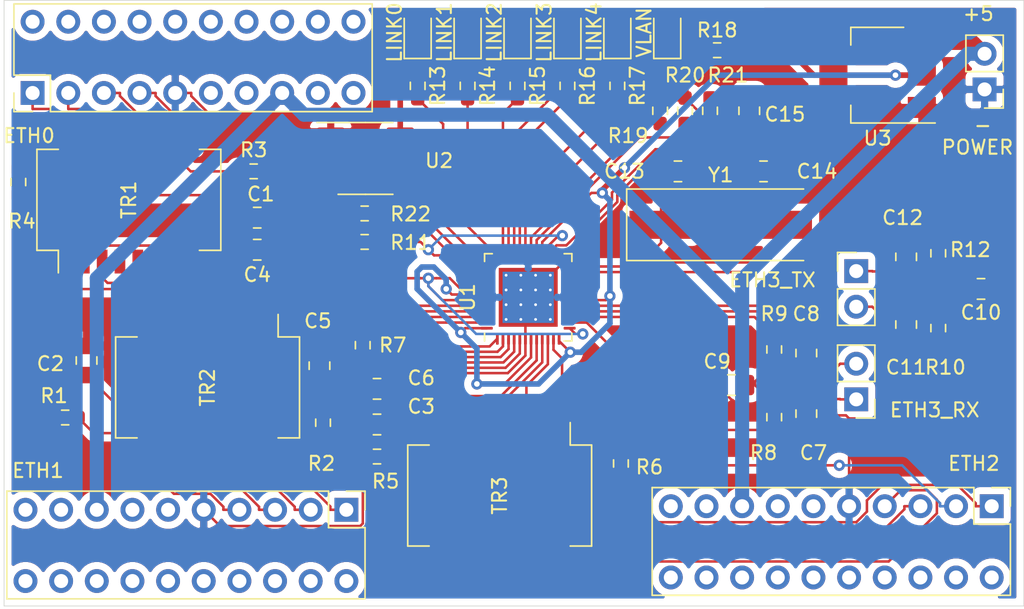
<source format=kicad_pcb>
(kicad_pcb (version 20171130) (host pcbnew 5.1.5+dfsg1-2build2)
  (layers (0 F.Cu mixed) (31 B.Cu mixed) (34 B.Paste user) (35 F.Paste user hide) (36 B.SilkS user hide) (37 F.SilkS user) (38 B.Mask user) (39 F.Mask user hide) (44 Edge.Cuts user))
  (net 0 "")
  (net 1 "Net-(C1-Pad1)")
  (net 2 GND)
  (net 3 "Net-(C2-Pad1)")
  (net 4 "Net-(C3-Pad1)")
  (net 5 "Net-(C4-Pad1)")
  (net 6 "Net-(C5-Pad1)")
  (net 7 "Net-(C6-Pad1)")
  (net 8 "Net-(C7-Pad1)")
  (net 9 "Net-(C7-Pad2)")
  (net 10 "Net-(C8-Pad1)")
  (net 11 "Net-(C8-Pad2)")
  (net 12 "Net-(C9-Pad2)")
  (net 13 "Net-(C10-Pad2)")
  (net 14 "Net-(C11-Pad1)")
  (net 15 "Net-(C11-Pad2)")
  (net 16 "Net-(C12-Pad2)")
  (net 17 "Net-(C13-Pad1)")
  (net 18 "Net-(C14-Pad1)")
  (net 19 +3V3)
  (net 20 "Net-(D1-Pad1)")
  (net 21 "Net-(D2-Pad1)")
  (net 22 "Net-(D3-Pad1)")
  (net 23 "Net-(D4-Pad1)")
  (net 24 "Net-(D5-Pad1)")
  (net 25 "Net-(D6-Pad1)")
  (net 26 "Net-(J1-Pad1)")
  (net 27 "Net-(J1-Pad2)")
  (net 28 "Net-(J1-Pad3)")
  (net 29 "Net-(J1-Pad4)")
  (net 30 +5V)
  (net 31 "Net-(J2-Pad1)")
  (net 32 "Net-(J2-Pad2)")
  (net 33 "Net-(J2-Pad3)")
  (net 34 "Net-(J2-Pad4)")
  (net 35 "Net-(J3-Pad1)")
  (net 36 "Net-(J3-Pad2)")
  (net 37 "Net-(J3-Pad3)")
  (net 38 "Net-(J3-Pad4)")
  (net 39 "Net-(R1-Pad2)")
  (net 40 "Net-(R2-Pad2)")
  (net 41 "Net-(R3-Pad2)")
  (net 42 "Net-(R4-Pad2)")
  (net 43 "Net-(R5-Pad2)")
  (net 44 "Net-(R6-Pad2)")
  (net 45 "Net-(R7-Pad2)")
  (net 46 "Net-(R11-Pad1)")
  (net 47 "Net-(R11-Pad2)")
  (net 48 "Net-(R13-Pad2)")
  (net 49 "Net-(R14-Pad2)")
  (net 50 "Net-(R15-Pad2)")
  (net 51 "Net-(R16-Pad2)")
  (net 52 "Net-(R17-Pad2)")
  (net 53 "Net-(R18-Pad2)")
  (net 54 "Net-(R19-Pad2)")
  (net 55 "Net-(R20-Pad2)")
  (net 56 "Net-(R21-Pad2)")
  (net 57 MDIO)
  (net 58 "Net-(TR1-Pad1)")
  (net 59 "Net-(TR1-Pad3)")
  (net 60 "Net-(TR1-Pad6)")
  (net 61 "Net-(TR1-Pad8)")
  (net 62 "Net-(TR2-Pad1)")
  (net 63 "Net-(TR2-Pad3)")
  (net 64 "Net-(TR2-Pad6)")
  (net 65 "Net-(TR2-Pad8)")
  (net 66 "Net-(TR3-Pad1)")
  (net 67 "Net-(TR3-Pad3)")
  (net 68 "Net-(TR3-Pad6)")
  (net 69 "Net-(TR3-Pad8)")
  (net 70 MDC)
  (net 71 "Net-(C12-Pad1)")
  (module ip175:FR_Conn (layer F.Cu) (at 132.588 72.644 90)
    (fp_text reference ETH0 (at -3.048 -0.254 180) (layer F.SilkS))
    (fp_text value Conn_02x10_Counter_Clockwise)
    (pad 1 thru_hole rect (at 0 0 90) (size 1.7 1.7) (drill 1) (layers *.Cu *.Mask) (net 26 "Net-(J1-Pad1)"))
    (pad 20 thru_hole oval (at 5.08 0 90) (size 1.7 1.7) (drill 1) (layers *.Cu *.Mask))
    (pad 2 thru_hole oval (at 0 2.54 90) (size 1.7 1.7) (drill 1) (layers *.Cu *.Mask) (net 27 "Net-(J1-Pad2)"))
    (pad 19 thru_hole oval (at 5.08 2.54 90) (size 1.7 1.7) (drill 1) (layers *.Cu *.Mask))
    (pad 3 thru_hole oval (at 0 5.08 90) (size 1.7 1.7) (drill 1) (layers *.Cu *.Mask) (net 28 "Net-(J1-Pad3)"))
    (pad 18 thru_hole oval (at 5.08 5.08 90) (size 1.7 1.7) (drill 1) (layers *.Cu *.Mask))
    (pad 4 thru_hole oval (at 0 7.62 90) (size 1.7 1.7) (drill 1) (layers *.Cu *.Mask) (net 29 "Net-(J1-Pad4)"))
    (pad 17 thru_hole oval (at 5.08 7.62 90) (size 1.7 1.7) (drill 1) (layers *.Cu *.Mask))
    (pad 5 thru_hole oval (at 0 10.16 90) (size 1.7 1.7) (drill 1) (layers *.Cu *.Mask) (net 2 GND))
    (pad 16 thru_hole oval (at 5.08 10.16 90) (size 1.7 1.7) (drill 1) (layers *.Cu *.Mask))
    (pad 6 thru_hole oval (at 0 12.7 90) (size 1.7 1.7) (drill 1) (layers *.Cu *.Mask))
    (pad 15 thru_hole oval (at 5.08 12.7 90) (size 1.7 1.7) (drill 1) (layers *.Cu *.Mask))
    (pad 7 thru_hole oval (at 0 15.24 90) (size 1.7 1.7) (drill 1) (layers *.Cu *.Mask))
    (pad 14 thru_hole oval (at 5.08 15.24 90) (size 1.7 1.7) (drill 1) (layers *.Cu *.Mask))
    (pad 8 thru_hole oval (at 0 17.78 90) (size 1.7 1.7) (drill 1) (layers *.Cu *.Mask) (net 30 +5V))
    (pad 13 thru_hole oval (at 5.08 17.78 90) (size 1.7 1.7) (drill 1) (layers *.Cu *.Mask))
    (pad 9 thru_hole oval (at 0 20.32 90) (size 1.7 1.7) (drill 1) (layers *.Cu *.Mask))
    (pad 12 thru_hole oval (at 5.08 20.32 90) (size 1.7 1.7) (drill 1) (layers *.Cu *.Mask))
    (pad 10 thru_hole oval (at 0 22.86 90) (size 1.7 1.7) (drill 1) (layers *.Cu *.Mask))
    (pad 11 thru_hole oval (at 5.08 22.86 90) (size 1.7 1.7) (drill 1) (layers *.Cu *.Mask))
  )
  (module kicadgithub:Transformer_Ethernet_Bourns_PT61017PEL (layer F.Cu) (at 139.446 80.264 90)
    (fp_text reference TR1 (at 0 0 90) (layer F.SilkS))
    (fp_text value PT61017PEL)
    (pad 1 smd rect (at -4.4 -4.445 90) (size 1.7 0.76) (layers F.Cu F.Paste F.Mask) (net 58 "Net-(TR1-Pad1)"))
    (pad 2 smd rect (at -4.4 -3.175 90) (size 1.7 0.76) (layers F.Cu F.Paste F.Mask) (net 5 "Net-(C4-Pad1)"))
    (pad 3 smd rect (at -4.4 -1.905 90) (size 1.7 0.76) (layers F.Cu F.Paste F.Mask) (net 59 "Net-(TR1-Pad3)"))
    (pad 4 smd rect (at -4.4 -0.635 90) (size 1.7 0.76) (layers F.Cu F.Paste F.Mask))
    (pad 7 smd rect (at -4.4 3.175 90) (size 1.7 0.76) (layers F.Cu F.Paste F.Mask) (net 5 "Net-(C4-Pad1)"))
    (pad 5 smd rect (at -4.4 0.635 90) (size 1.7 0.76) (layers F.Cu F.Paste F.Mask))
    (pad 6 smd rect (at -4.4 1.905 90) (size 1.7 0.76) (layers F.Cu F.Paste F.Mask) (net 60 "Net-(TR1-Pad6)"))
    (pad 8 smd rect (at -4.4 4.445 90) (size 1.7 0.76) (layers F.Cu F.Paste F.Mask) (net 61 "Net-(TR1-Pad8)"))
    (pad 14 smd rect (at 4.4 -1.905 90) (size 1.7 0.76) (layers F.Cu F.Paste F.Mask) (net 27 "Net-(J1-Pad2)"))
    (pad 11 smd rect (at 4.4 1.905 90) (size 1.7 0.76) (layers F.Cu F.Paste F.Mask) (net 28 "Net-(J1-Pad3)"))
    (pad 9 smd rect (at 4.4 4.445 90) (size 1.7 0.76) (layers F.Cu F.Paste F.Mask) (net 29 "Net-(J1-Pad4)"))
    (pad 15 smd rect (at 4.4 -3.175 90) (size 1.7 0.76) (layers F.Cu F.Paste F.Mask) (net 42 "Net-(R4-Pad2)"))
    (pad 10 smd rect (at 4.4 3.175 90) (size 1.7 0.76) (layers F.Cu F.Paste F.Mask) (net 41 "Net-(R3-Pad2)"))
    (pad 13 smd rect (at 4.4 -0.635 90) (size 1.7 0.76) (layers F.Cu F.Paste F.Mask))
    (pad 16 smd rect (at 4.4 -4.445 90) (size 1.7 0.76) (layers F.Cu F.Paste F.Mask) (net 26 "Net-(J1-Pad1)"))
    (pad 12 smd rect (at 4.4 0.635 90) (size 1.7 0.76) (layers F.Cu F.Paste F.Mask))
  )
  (module ip175:FR_Conn (layer F.Cu) (at 200.914 102.108 270)
    (fp_text reference ETH2 (at -3.048 1.27 180) (layer F.SilkS))
    (fp_text value Conn_02x10_Counter_Clockwise)
    (pad 1 thru_hole rect (at 0 0 270) (size 1.7 1.7) (drill 1) (layers *.Cu *.Mask) (net 35 "Net-(J3-Pad1)"))
    (pad 20 thru_hole oval (at 5.08 0 270) (size 1.7 1.7) (drill 1) (layers *.Cu *.Mask))
    (pad 2 thru_hole oval (at 0 2.54 270) (size 1.7 1.7) (drill 1) (layers *.Cu *.Mask) (net 36 "Net-(J3-Pad2)"))
    (pad 19 thru_hole oval (at 5.08 2.54 270) (size 1.7 1.7) (drill 1) (layers *.Cu *.Mask))
    (pad 3 thru_hole oval (at 0 5.08 270) (size 1.7 1.7) (drill 1) (layers *.Cu *.Mask) (net 37 "Net-(J3-Pad3)"))
    (pad 18 thru_hole oval (at 5.08 5.08 270) (size 1.7 1.7) (drill 1) (layers *.Cu *.Mask))
    (pad 4 thru_hole oval (at 0 7.62 270) (size 1.7 1.7) (drill 1) (layers *.Cu *.Mask) (net 38 "Net-(J3-Pad4)"))
    (pad 17 thru_hole oval (at 5.08 7.62 270) (size 1.7 1.7) (drill 1) (layers *.Cu *.Mask))
    (pad 5 thru_hole oval (at 0 10.16 270) (size 1.7 1.7) (drill 1) (layers *.Cu *.Mask) (net 2 GND))
    (pad 16 thru_hole oval (at 5.08 10.16 270) (size 1.7 1.7) (drill 1) (layers *.Cu *.Mask))
    (pad 6 thru_hole oval (at 0 12.7 270) (size 1.7 1.7) (drill 1) (layers *.Cu *.Mask))
    (pad 15 thru_hole oval (at 5.08 12.7 270) (size 1.7 1.7) (drill 1) (layers *.Cu *.Mask))
    (pad 7 thru_hole oval (at 0 15.24 270) (size 1.7 1.7) (drill 1) (layers *.Cu *.Mask))
    (pad 14 thru_hole oval (at 5.08 15.24 270) (size 1.7 1.7) (drill 1) (layers *.Cu *.Mask))
    (pad 8 thru_hole oval (at 0 17.78 270) (size 1.7 1.7) (drill 1) (layers *.Cu *.Mask) (net 30 +5V))
    (pad 13 thru_hole oval (at 5.08 17.78 270) (size 1.7 1.7) (drill 1) (layers *.Cu *.Mask))
    (pad 9 thru_hole oval (at 0 20.32 270) (size 1.7 1.7) (drill 1) (layers *.Cu *.Mask))
    (pad 12 thru_hole oval (at 5.08 20.32 270) (size 1.7 1.7) (drill 1) (layers *.Cu *.Mask))
    (pad 10 thru_hole oval (at 0 22.86 270) (size 1.7 1.7) (drill 1) (layers *.Cu *.Mask))
    (pad 11 thru_hole oval (at 5.08 22.86 270) (size 1.7 1.7) (drill 1) (layers *.Cu *.Mask))
  )
  (module ip175:FR_Conn (layer F.Cu) (at 154.94 102.362 270)
    (fp_text reference ETH1 (at -2.794 21.971 180) (layer F.SilkS))
    (fp_text value Conn_02x10_Counter_Clockwise)
    (pad 1 thru_hole rect (at 0 0 270) (size 1.7 1.7) (drill 1) (layers *.Cu *.Mask) (net 31 "Net-(J2-Pad1)"))
    (pad 20 thru_hole oval (at 5.08 0 270) (size 1.7 1.7) (drill 1) (layers *.Cu *.Mask))
    (pad 2 thru_hole oval (at 0 2.54 270) (size 1.7 1.7) (drill 1) (layers *.Cu *.Mask) (net 32 "Net-(J2-Pad2)"))
    (pad 19 thru_hole oval (at 5.08 2.54 270) (size 1.7 1.7) (drill 1) (layers *.Cu *.Mask))
    (pad 3 thru_hole oval (at 0 5.08 270) (size 1.7 1.7) (drill 1) (layers *.Cu *.Mask) (net 33 "Net-(J2-Pad3)"))
    (pad 18 thru_hole oval (at 5.08 5.08 270) (size 1.7 1.7) (drill 1) (layers *.Cu *.Mask))
    (pad 4 thru_hole oval (at 0 7.62 270) (size 1.7 1.7) (drill 1) (layers *.Cu *.Mask) (net 34 "Net-(J2-Pad4)"))
    (pad 17 thru_hole oval (at 5.08 7.62 270) (size 1.7 1.7) (drill 1) (layers *.Cu *.Mask))
    (pad 5 thru_hole oval (at 0 10.16 270) (size 1.7 1.7) (drill 1) (layers *.Cu *.Mask) (net 2 GND))
    (pad 16 thru_hole oval (at 5.08 10.16 270) (size 1.7 1.7) (drill 1) (layers *.Cu *.Mask))
    (pad 6 thru_hole oval (at 0 12.7 270) (size 1.7 1.7) (drill 1) (layers *.Cu *.Mask))
    (pad 15 thru_hole oval (at 5.08 12.7 270) (size 1.7 1.7) (drill 1) (layers *.Cu *.Mask))
    (pad 7 thru_hole oval (at 0 15.24 270) (size 1.7 1.7) (drill 1) (layers *.Cu *.Mask))
    (pad 14 thru_hole oval (at 5.08 15.24 270) (size 1.7 1.7) (drill 1) (layers *.Cu *.Mask))
    (pad 8 thru_hole oval (at 0 17.78 270) (size 1.7 1.7) (drill 1) (layers *.Cu *.Mask) (net 30 +5V))
    (pad 13 thru_hole oval (at 5.08 17.78 270) (size 1.7 1.7) (drill 1) (layers *.Cu *.Mask))
    (pad 9 thru_hole oval (at 0 20.32 270) (size 1.7 1.7) (drill 1) (layers *.Cu *.Mask))
    (pad 12 thru_hole oval (at 5.08 20.32 270) (size 1.7 1.7) (drill 1) (layers *.Cu *.Mask))
    (pad 10 thru_hole oval (at 0 22.86 270) (size 1.7 1.7) (drill 1) (layers *.Cu *.Mask))
    (pad 11 thru_hole oval (at 5.08 22.86 270) (size 1.7 1.7) (drill 1) (layers *.Cu *.Mask))
  )
  (module kicadgithub:Crystal_SMD_HC49-SD (layer F.Cu) (at 181.61 82.042)
    (fp_text reference Y1 (at 0 -3.55) (layer F.SilkS))
    (fp_text value 25MHz)
    (pad 1 smd rect (at -4.25 0) (size 4.5 2) (layers F.Cu F.Paste F.Mask) (net 17 "Net-(C13-Pad1)"))
    (pad 2 smd rect (at 4.25 0) (size 4.5 2) (layers F.Cu F.Paste F.Mask) (net 18 "Net-(C14-Pad1)"))
  )
  (module kicadgithub:SOT-223-3_TabPin2 (layer F.Cu) (at 192.786 71.374 180)
    (fp_text reference U3 (at 0 -4.5) (layer F.SilkS))
    (fp_text value AMS1117-3.3)
    (pad 2 smd rect (at 3.15 0 180) (size 2 3.8) (layers F.Cu F.Paste F.Mask) (net 19 +3V3))
    (pad 2 smd rect (at -3.15 0 180) (size 2 1.5) (layers F.Cu F.Paste F.Mask) (net 19 +3V3))
    (pad 3 smd rect (at -3.15 2.3 180) (size 2 1.5) (layers F.Cu F.Paste F.Mask) (net 30 +5V))
    (pad 1 smd rect (at -3.15 -2.3 180) (size 2 1.5) (layers F.Cu F.Paste F.Mask) (net 2 GND))
  )
  (module kicadgithub:SOIC-8_3.9x4.9mm_P1.27mm (layer F.Cu) (at 156.303 77.311)
    (fp_text reference U2 (at 5.241 0.159) (layer F.SilkS))
    (fp_text value at24c16)
    (pad 1 smd roundrect (at -2.475 -1.905) (size 1.95 0.6) (layers F.Cu F.Paste F.Mask) (net 2 GND))
    (pad 2 smd roundrect (at -2.475 -0.635) (size 1.95 0.6) (layers F.Cu F.Paste F.Mask) (net 2 GND))
    (pad 3 smd roundrect (at -2.475 0.635) (size 1.95 0.6) (layers F.Cu F.Paste F.Mask) (net 2 GND))
    (pad 4 smd roundrect (at -2.475 1.905) (size 1.95 0.6) (layers F.Cu F.Paste F.Mask) (net 2 GND))
    (pad 5 smd roundrect (at 2.475 1.905) (size 1.95 0.6) (layers F.Cu F.Paste F.Mask) (net 57 MDIO))
    (pad 6 smd roundrect (at 2.475 0.635) (size 1.95 0.6) (layers F.Cu F.Paste F.Mask) (net 70 MDC))
    (pad 7 smd roundrect (at 2.475 -0.635) (size 1.95 0.6) (layers F.Cu F.Paste F.Mask) (net 2 GND))
    (pad 8 smd roundrect (at 2.475 -1.905) (size 1.95 0.6) (layers F.Cu F.Paste F.Mask) (net 19 +3V3))
  )
  (module kicadgithub:QFN-48-1EP_6x6mm_P0.4mm_EP4.2x4.2mm_ThermalVias (layer F.Cu) (at 167.895 87.2141 90)
    (fp_text reference U1 (at 0 -4.32 90) (layer F.SilkS))
    (fp_text value ip175)
    (pad 1 smd roundrect (at -2.95 -2.2 90) (size 0.85 0.2) (layers F.Cu F.Paste F.Mask) (net 65 "Net-(TR2-Pad8)"))
    (pad 2 smd roundrect (at -2.95 -1.8 90) (size 0.85 0.2) (layers F.Cu F.Paste F.Mask) (net 64 "Net-(TR2-Pad6)"))
    (pad 3 smd roundrect (at -2.95 -1.4 90) (size 0.85 0.2) (layers F.Cu F.Paste F.Mask) (net 63 "Net-(TR2-Pad3)"))
    (pad 4 smd roundrect (at -2.95 -1 90) (size 0.85 0.2) (layers F.Cu F.Paste F.Mask) (net 62 "Net-(TR2-Pad1)"))
    (pad 5 smd roundrect (at -2.95 -0.6 90) (size 0.85 0.2) (layers F.Cu F.Paste F.Mask) (net 45 "Net-(R7-Pad2)"))
    (pad 6 smd roundrect (at -2.95 -0.2 90) (size 0.85 0.2) (layers F.Cu F.Paste F.Mask) (net 2 GND))
    (pad 7 smd roundrect (at -2.95 0.2 90) (size 0.85 0.2) (layers F.Cu F.Paste F.Mask) (net 19 +3V3))
    (pad 8 smd roundrect (at -2.95 0.6 90) (size 0.85 0.2) (layers F.Cu F.Paste F.Mask) (net 69 "Net-(TR3-Pad8)"))
    (pad 9 smd roundrect (at -2.95 1 90) (size 0.85 0.2) (layers F.Cu F.Paste F.Mask) (net 68 "Net-(TR3-Pad6)"))
    (pad 10 smd roundrect (at -2.95 1.4 90) (size 0.85 0.2) (layers F.Cu F.Paste F.Mask) (net 67 "Net-(TR3-Pad3)"))
    (pad 11 smd roundrect (at -2.95 1.8 90) (size 0.85 0.2) (layers F.Cu F.Paste F.Mask) (net 66 "Net-(TR3-Pad1)"))
    (pad 12 smd roundrect (at -2.95 2.2 90) (size 0.85 0.2) (layers F.Cu F.Paste F.Mask) (net 19 +3V3))
    (pad 13 smd roundrect (at -2.2 2.95 90) (size 0.2 0.85) (layers F.Cu F.Paste F.Mask) (net 46 "Net-(R11-Pad1)"))
    (pad 14 smd roundrect (at -1.8 2.95 90) (size 0.2 0.85) (layers F.Cu F.Paste F.Mask) (net 9 "Net-(C7-Pad2)"))
    (pad 15 smd roundrect (at -1.4 2.95 90) (size 0.2 0.85) (layers F.Cu F.Paste F.Mask) (net 10 "Net-(C8-Pad1)"))
    (pad 16 smd roundrect (at -1 2.95 90) (size 0.2 0.85) (layers F.Cu F.Paste F.Mask) (net 14 "Net-(C11-Pad1)"))
    (pad 17 smd roundrect (at -0.6 2.95 90) (size 0.2 0.85) (layers F.Cu F.Paste F.Mask) (net 71 "Net-(C12-Pad1)"))
    (pad 18 smd roundrect (at -0.2 2.95 90) (size 0.2 0.85) (layers F.Cu F.Paste F.Mask) (net 19 +3V3))
    (pad 19 smd roundrect (at 0.2 2.95 90) (size 0.2 0.85) (layers F.Cu F.Paste F.Mask))
    (pad 20 smd roundrect (at 0.6 2.95 90) (size 0.2 0.85) (layers F.Cu F.Paste F.Mask))
    (pad 21 smd roundrect (at 1 2.95 90) (size 0.2 0.85) (layers F.Cu F.Paste F.Mask))
    (pad 22 smd roundrect (at 1.4 2.95 90) (size 0.2 0.85) (layers F.Cu F.Paste F.Mask))
    (pad 23 smd roundrect (at 1.8 2.95 90) (size 0.2 0.85) (layers F.Cu F.Paste F.Mask) (net 18 "Net-(C14-Pad1)"))
    (pad 24 smd roundrect (at 2.2 2.95 90) (size 0.2 0.85) (layers F.Cu F.Paste F.Mask) (net 17 "Net-(C13-Pad1)"))
    (pad 25 smd roundrect (at 2.95 2.2 90) (size 0.85 0.2) (layers F.Cu F.Paste F.Mask) (net 2 GND))
    (pad 26 smd roundrect (at 2.95 1.8 90) (size 0.85 0.2) (layers F.Cu F.Paste F.Mask) (net 56 "Net-(R21-Pad2)"))
    (pad 27 smd roundrect (at 2.95 1.4 90) (size 0.85 0.2) (layers F.Cu F.Paste F.Mask) (net 47 "Net-(R11-Pad2)"))
    (pad 28 smd roundrect (at 2.95 1 90) (size 0.85 0.2) (layers F.Cu F.Paste F.Mask) (net 19 +3V3))
    (pad 29 smd roundrect (at 2.95 0.6 90) (size 0.85 0.2) (layers F.Cu F.Paste F.Mask) (net 55 "Net-(R20-Pad2)"))
    (pad 30 smd roundrect (at 2.95 0.2 90) (size 0.85 0.2) (layers F.Cu F.Paste F.Mask) (net 54 "Net-(R19-Pad2)"))
    (pad 31 smd roundrect (at 2.95 -0.2 90) (size 0.85 0.2) (layers F.Cu F.Paste F.Mask) (net 53 "Net-(R18-Pad2)"))
    (pad 32 smd roundrect (at 2.95 -0.6 90) (size 0.85 0.2) (layers F.Cu F.Paste F.Mask) (net 52 "Net-(R17-Pad2)"))
    (pad 33 smd roundrect (at 2.95 -1 90) (size 0.85 0.2) (layers F.Cu F.Paste F.Mask) (net 51 "Net-(R16-Pad2)"))
    (pad 34 smd roundrect (at 2.95 -1.4 90) (size 0.85 0.2) (layers F.Cu F.Paste F.Mask) (net 19 +3V3))
    (pad 35 smd roundrect (at 2.95 -1.8 90) (size 0.85 0.2) (layers F.Cu F.Paste F.Mask) (net 50 "Net-(R15-Pad2)"))
    (pad 36 smd roundrect (at 2.95 -2.2 90) (size 0.85 0.2) (layers F.Cu F.Paste F.Mask) (net 49 "Net-(R14-Pad2)"))
    (pad 37 smd roundrect (at 2.2 -2.95 90) (size 0.2 0.85) (layers F.Cu F.Paste F.Mask) (net 48 "Net-(R13-Pad2)"))
    (pad 38 smd roundrect (at 1.8 -2.95 90) (size 0.2 0.85) (layers F.Cu F.Paste F.Mask) (net 70 MDC))
    (pad 39 smd roundrect (at 1.4 -2.95 90) (size 0.2 0.85) (layers F.Cu F.Paste F.Mask) (net 57 MDIO))
    (pad 40 smd roundrect (at 1 -2.95 90) (size 0.2 0.85) (layers F.Cu F.Paste F.Mask) (net 47 "Net-(R11-Pad2)"))
    (pad 41 smd roundrect (at 0.6 -2.95 90) (size 0.2 0.85) (layers F.Cu F.Paste F.Mask) (net 46 "Net-(R11-Pad1)"))
    (pad 42 smd roundrect (at 0.2 -2.95 90) (size 0.2 0.85) (layers F.Cu F.Paste F.Mask) (net 19 +3V3))
    (pad 43 smd roundrect (at -0.2 -2.95 90) (size 0.2 0.85) (layers F.Cu F.Paste F.Mask) (net 46 "Net-(R11-Pad1)"))
    (pad 44 smd roundrect (at -0.6 -2.95 90) (size 0.2 0.85) (layers F.Cu F.Paste F.Mask) (net 61 "Net-(TR1-Pad8)"))
    (pad 45 smd roundrect (at -1 -2.95 90) (size 0.2 0.85) (layers F.Cu F.Paste F.Mask) (net 60 "Net-(TR1-Pad6)"))
    (pad 46 smd roundrect (at -1.4 -2.95 90) (size 0.2 0.85) (layers F.Cu F.Paste F.Mask) (net 59 "Net-(TR1-Pad3)"))
    (pad 47 smd roundrect (at -1.8 -2.95 90) (size 0.2 0.85) (layers F.Cu F.Paste F.Mask) (net 58 "Net-(TR1-Pad1)"))
    (pad 48 smd roundrect (at -2.2 -2.95 90) (size 0.2 0.85) (layers F.Cu F.Paste F.Mask) (net 19 +3V3))
    (pad 49 smd rect (at 0 0 90) (size 4.2 4.2) (layers F.Cu F.Mask) (net 2 GND))
    (pad 49 thru_hole circle (at -1.575 -1.575 90) (size 0.5 0.5) (drill 0.2) (layers *.Cu) (net 2 GND))
    (pad 49 thru_hole circle (at -0.525 -1.575 90) (size 0.5 0.5) (drill 0.2) (layers *.Cu) (net 2 GND))
    (pad 49 thru_hole circle (at 0.525 -1.575 90) (size 0.5 0.5) (drill 0.2) (layers *.Cu) (net 2 GND))
    (pad 49 thru_hole circle (at 1.575 -1.575 90) (size 0.5 0.5) (drill 0.2) (layers *.Cu) (net 2 GND))
    (pad 49 thru_hole circle (at -1.575 -0.525 90) (size 0.5 0.5) (drill 0.2) (layers *.Cu) (net 2 GND))
    (pad 49 thru_hole circle (at -0.525 -0.525 90) (size 0.5 0.5) (drill 0.2) (layers *.Cu) (net 2 GND))
    (pad 49 thru_hole circle (at 0.525 -0.525 90) (size 0.5 0.5) (drill 0.2) (layers *.Cu) (net 2 GND))
    (pad 49 thru_hole circle (at 1.575 -0.525 90) (size 0.5 0.5) (drill 0.2) (layers *.Cu) (net 2 GND))
    (pad 49 thru_hole circle (at -1.575 0.525 90) (size 0.5 0.5) (drill 0.2) (layers *.Cu) (net 2 GND))
    (pad 49 thru_hole circle (at -0.525 0.525 90) (size 0.5 0.5) (drill 0.2) (layers *.Cu) (net 2 GND))
    (pad 49 thru_hole circle (at 0.525 0.525 90) (size 0.5 0.5) (drill 0.2) (layers *.Cu) (net 2 GND))
    (pad 49 thru_hole circle (at 1.575 0.525 90) (size 0.5 0.5) (drill 0.2) (layers *.Cu) (net 2 GND))
    (pad 49 thru_hole circle (at -1.575 1.575 90) (size 0.5 0.5) (drill 0.2) (layers *.Cu) (net 2 GND))
    (pad 49 thru_hole circle (at -0.525 1.575 90) (size 0.5 0.5) (drill 0.2) (layers *.Cu) (net 2 GND))
    (pad 49 thru_hole circle (at 0.525 1.575 90) (size 0.5 0.5) (drill 0.2) (layers *.Cu) (net 2 GND))
    (pad 49 thru_hole circle (at 1.575 1.575 90) (size 0.5 0.5) (drill 0.2) (layers *.Cu) (net 2 GND))
    (pad 49 smd rect (at 0 0 90) (size 3.65 3.65) (layers B.Cu) (net 2 GND))
  )
  (module kicadgithub:Transformer_Ethernet_Bourns_PT61017PEL (layer F.Cu) (at 165.862 101.346 270)
    (fp_text reference TR3 (at 0 0 90) (layer F.SilkS))
    (fp_text value PT61017PEL)
    (pad 1 smd rect (at -4.4 -4.445 270) (size 1.7 0.76) (layers F.Cu F.Paste F.Mask) (net 66 "Net-(TR3-Pad1)"))
    (pad 2 smd rect (at -4.4 -3.175 270) (size 1.7 0.76) (layers F.Cu F.Paste F.Mask) (net 7 "Net-(C6-Pad1)"))
    (pad 3 smd rect (at -4.4 -1.905 270) (size 1.7 0.76) (layers F.Cu F.Paste F.Mask) (net 67 "Net-(TR3-Pad3)"))
    (pad 4 smd rect (at -4.4 -0.635 270) (size 1.7 0.76) (layers F.Cu F.Paste F.Mask))
    (pad 7 smd rect (at -4.4 3.175 270) (size 1.7 0.76) (layers F.Cu F.Paste F.Mask) (net 7 "Net-(C6-Pad1)"))
    (pad 5 smd rect (at -4.4 0.635 270) (size 1.7 0.76) (layers F.Cu F.Paste F.Mask))
    (pad 6 smd rect (at -4.4 1.905 270) (size 1.7 0.76) (layers F.Cu F.Paste F.Mask) (net 68 "Net-(TR3-Pad6)"))
    (pad 8 smd rect (at -4.4 4.445 270) (size 1.7 0.76) (layers F.Cu F.Paste F.Mask) (net 69 "Net-(TR3-Pad8)"))
    (pad 14 smd rect (at 4.4 -1.905 270) (size 1.7 0.76) (layers F.Cu F.Paste F.Mask) (net 36 "Net-(J3-Pad2)"))
    (pad 11 smd rect (at 4.4 1.905 270) (size 1.7 0.76) (layers F.Cu F.Paste F.Mask) (net 37 "Net-(J3-Pad3)"))
    (pad 9 smd rect (at 4.4 4.445 270) (size 1.7 0.76) (layers F.Cu F.Paste F.Mask) (net 38 "Net-(J3-Pad4)"))
    (pad 15 smd rect (at 4.4 -3.175 270) (size 1.7 0.76) (layers F.Cu F.Paste F.Mask) (net 44 "Net-(R6-Pad2)"))
    (pad 10 smd rect (at 4.4 3.175 270) (size 1.7 0.76) (layers F.Cu F.Paste F.Mask) (net 43 "Net-(R5-Pad2)"))
    (pad 13 smd rect (at 4.4 -0.635 270) (size 1.7 0.76) (layers F.Cu F.Paste F.Mask))
    (pad 16 smd rect (at 4.4 -4.445 270) (size 1.7 0.76) (layers F.Cu F.Paste F.Mask) (net 35 "Net-(J3-Pad1)"))
    (pad 12 smd rect (at 4.4 0.635 270) (size 1.7 0.76) (layers F.Cu F.Paste F.Mask))
  )
  (module kicadgithub:Transformer_Ethernet_Bourns_PT61017PEL (layer F.Cu) (at 145.0531 93.6363 270)
    (fp_text reference TR2 (at 0 0 90) (layer F.SilkS))
    (fp_text value PT61017PEL)
    (pad 1 smd rect (at -4.4 -4.445 270) (size 1.7 0.76) (layers F.Cu F.Paste F.Mask) (net 62 "Net-(TR2-Pad1)"))
    (pad 2 smd rect (at -4.4 -3.175 270) (size 1.7 0.76) (layers F.Cu F.Paste F.Mask) (net 6 "Net-(C5-Pad1)"))
    (pad 3 smd rect (at -4.4 -1.905 270) (size 1.7 0.76) (layers F.Cu F.Paste F.Mask) (net 63 "Net-(TR2-Pad3)"))
    (pad 4 smd rect (at -4.4 -0.635 270) (size 1.7 0.76) (layers F.Cu F.Paste F.Mask))
    (pad 7 smd rect (at -4.4 3.175 270) (size 1.7 0.76) (layers F.Cu F.Paste F.Mask) (net 6 "Net-(C5-Pad1)"))
    (pad 5 smd rect (at -4.4 0.635 270) (size 1.7 0.76) (layers F.Cu F.Paste F.Mask))
    (pad 6 smd rect (at -4.4 1.905 270) (size 1.7 0.76) (layers F.Cu F.Paste F.Mask) (net 64 "Net-(TR2-Pad6)"))
    (pad 8 smd rect (at -4.4 4.445 270) (size 1.7 0.76) (layers F.Cu F.Paste F.Mask) (net 65 "Net-(TR2-Pad8)"))
    (pad 14 smd rect (at 4.4 -1.905 270) (size 1.7 0.76) (layers F.Cu F.Paste F.Mask) (net 32 "Net-(J2-Pad2)"))
    (pad 11 smd rect (at 4.4 1.905 270) (size 1.7 0.76) (layers F.Cu F.Paste F.Mask) (net 33 "Net-(J2-Pad3)"))
    (pad 9 smd rect (at 4.4 4.445 270) (size 1.7 0.76) (layers F.Cu F.Paste F.Mask) (net 34 "Net-(J2-Pad4)"))
    (pad 15 smd rect (at 4.4 -3.175 270) (size 1.7 0.76) (layers F.Cu F.Paste F.Mask) (net 40 "Net-(R2-Pad2)"))
    (pad 10 smd rect (at 4.4 3.175 270) (size 1.7 0.76) (layers F.Cu F.Paste F.Mask) (net 39 "Net-(R1-Pad2)"))
    (pad 13 smd rect (at 4.4 -0.635 270) (size 1.7 0.76) (layers F.Cu F.Paste F.Mask))
    (pad 16 smd rect (at 4.4 -4.445 270) (size 1.7 0.76) (layers F.Cu F.Paste F.Mask) (net 31 "Net-(J2-Pad1)"))
    (pad 12 smd rect (at 4.4 0.635 270) (size 1.7 0.76) (layers F.Cu F.Paste F.Mask))
  )
  (module kicadgithub:R_0603_1608Metric_Pad0.98x0.95mm_HandSolder (layer F.Cu) (at 156.2423 81.2324)
    (fp_text reference R22 (at 3.2697 0.0476) (layer F.SilkS))
    (fp_text value 4.7K)
    (pad 1 smd roundrect (at -0.9125 0) (size 0.975 0.95) (layers F.Cu F.Paste F.Mask) (net 19 +3V3))
    (pad 2 smd roundrect (at 0.9125 0) (size 0.975 0.95) (layers F.Cu F.Paste F.Mask) (net 57 MDIO))
  )
  (module kicadgithub:R_0603_1608Metric_Pad0.98x0.95mm_HandSolder (layer F.Cu) (at 180.848 73.914 270)
    (fp_text reference R21 (at -2.54 -1.27 180) (layer F.SilkS))
    (fp_text value R_Small)
    (pad 1 smd roundrect (at -0.9125 0 270) (size 0.975 0.95) (layers F.Cu F.Paste F.Mask) (net 19 +3V3))
    (pad 2 smd roundrect (at 0.9125 0 270) (size 0.975 0.95) (layers F.Cu F.Paste F.Mask) (net 56 "Net-(R21-Pad2)"))
  )
  (module kicadgithub:R_0603_1608Metric_Pad0.98x0.95mm_HandSolder (layer F.Cu) (at 179.07 73.914 270)
    (fp_text reference R20 (at -2.54 0 180) (layer F.SilkS))
    (fp_text value R_Small)
    (pad 1 smd roundrect (at -0.9125 0 270) (size 0.975 0.95) (layers F.Cu F.Paste F.Mask) (net 2 GND))
    (pad 2 smd roundrect (at 0.9125 0 270) (size 0.975 0.95) (layers F.Cu F.Paste F.Mask) (net 55 "Net-(R20-Pad2)"))
  )
  (module kicadgithub:R_0603_1608Metric_Pad0.98x0.95mm_HandSolder (layer F.Cu) (at 177.292 73.914 270)
    (fp_text reference R19 (at 1.778 2.286 180) (layer F.SilkS))
    (fp_text value R_Small)
    (pad 1 smd roundrect (at -0.9125 0 270) (size 0.975 0.95) (layers F.Cu F.Paste F.Mask) (net 2 GND))
    (pad 2 smd roundrect (at 0.9125 0 270) (size 0.975 0.95) (layers F.Cu F.Paste F.Mask) (net 54 "Net-(R19-Pad2)"))
  )
  (module kicadgithub:R_0603_1608Metric_Pad0.98x0.95mm_HandSolder (layer F.Cu) (at 181.356 69.596)
    (fp_text reference R18 (at 0 -1.43) (layer F.SilkS))
    (fp_text value R_Small)
    (pad 1 smd roundrect (at -0.9125 0) (size 0.975 0.95) (layers F.Cu F.Paste F.Mask) (net 25 "Net-(D6-Pad1)"))
    (pad 2 smd roundrect (at 0.9125 0) (size 0.975 0.95) (layers F.Cu F.Paste F.Mask) (net 53 "Net-(R18-Pad2)"))
  )
  (module kicadgithub:R_0603_1608Metric_Pad0.98x0.95mm_HandSolder (layer F.Cu) (at 174.244 72.136 270)
    (fp_text reference R17 (at 0 -1.43 90) (layer F.SilkS))
    (fp_text value R_Small)
    (pad 1 smd roundrect (at -0.9125 0 270) (size 0.975 0.95) (layers F.Cu F.Paste F.Mask) (net 24 "Net-(D5-Pad1)"))
    (pad 2 smd roundrect (at 0.9125 0 270) (size 0.975 0.95) (layers F.Cu F.Paste F.Mask) (net 52 "Net-(R17-Pad2)"))
  )
  (module kicadgithub:R_0603_1608Metric_Pad0.98x0.95mm_HandSolder (layer F.Cu) (at 170.688 72.136 270)
    (fp_text reference R16 (at 0 -1.43 90) (layer F.SilkS))
    (fp_text value R_Small)
    (pad 1 smd roundrect (at -0.9125 0 270) (size 0.975 0.95) (layers F.Cu F.Paste F.Mask) (net 23 "Net-(D4-Pad1)"))
    (pad 2 smd roundrect (at 0.9125 0 270) (size 0.975 0.95) (layers F.Cu F.Paste F.Mask) (net 51 "Net-(R16-Pad2)"))
  )
  (module kicadgithub:R_0603_1608Metric_Pad0.98x0.95mm_HandSolder (layer F.Cu) (at 167.132 72.136 270)
    (fp_text reference R15 (at 0 -1.43 90) (layer F.SilkS))
    (fp_text value R_Small)
    (pad 1 smd roundrect (at -0.9125 0 270) (size 0.975 0.95) (layers F.Cu F.Paste F.Mask) (net 22 "Net-(D3-Pad1)"))
    (pad 2 smd roundrect (at 0.9125 0 270) (size 0.975 0.95) (layers F.Cu F.Paste F.Mask) (net 50 "Net-(R15-Pad2)"))
  )
  (module kicadgithub:R_0603_1608Metric_Pad0.98x0.95mm_HandSolder (layer F.Cu) (at 163.576 72.136 270)
    (fp_text reference R14 (at 0 -1.43 90) (layer F.SilkS))
    (fp_text value R_Small)
    (pad 1 smd roundrect (at -0.9125 0 270) (size 0.975 0.95) (layers F.Cu F.Paste F.Mask) (net 21 "Net-(D2-Pad1)"))
    (pad 2 smd roundrect (at 0.9125 0 270) (size 0.975 0.95) (layers F.Cu F.Paste F.Mask) (net 49 "Net-(R14-Pad2)"))
  )
  (module kicadgithub:R_0603_1608Metric_Pad0.98x0.95mm_HandSolder (layer F.Cu) (at 160.02 72.136 270)
    (fp_text reference R13 (at 0 -1.43 90) (layer F.SilkS))
    (fp_text value R_Small)
    (pad 1 smd roundrect (at -0.9125 0 270) (size 0.975 0.95) (layers F.Cu F.Paste F.Mask) (net 20 "Net-(D1-Pad1)"))
    (pad 2 smd roundrect (at 0.9125 0 270) (size 0.975 0.95) (layers F.Cu F.Paste F.Mask) (net 48 "Net-(R13-Pad2)"))
  )
  (module kicadgithub:R_0603_1608Metric_Pad0.98x0.95mm_HandSolder (layer F.Cu) (at 197.104 84.074 90)
    (fp_text reference R12 (at 0.254 2.286 180) (layer F.SilkS))
    (fp_text value 50)
    (pad 1 smd roundrect (at -0.9125 0 90) (size 0.975 0.95) (layers F.Cu F.Paste F.Mask) (net 13 "Net-(C10-Pad2)"))
    (pad 2 smd roundrect (at 0.9125 0 90) (size 0.975 0.95) (layers F.Cu F.Paste F.Mask) (net 71 "Net-(C12-Pad1)"))
  )
  (module kicadgithub:R_0603_1608Metric_Pad0.98x0.95mm_HandSolder (layer F.Cu) (at 156.2423 83.2644)
    (fp_text reference R11 (at 3.2697 0.0476) (layer F.SilkS))
    (fp_text value R_or_Bread)
    (pad 1 smd roundrect (at -0.9125 0) (size 0.975 0.95) (layers F.Cu F.Paste F.Mask) (net 46 "Net-(R11-Pad1)"))
    (pad 2 smd roundrect (at 0.9125 0) (size 0.975 0.95) (layers F.Cu F.Paste F.Mask) (net 47 "Net-(R11-Pad2)"))
  )
  (module kicadgithub:R_0603_1608Metric_Pad0.98x0.95mm_HandSolder (layer F.Cu) (at 197.104 89.408 270)
    (fp_text reference R10 (at 2.794 -0.508 180) (layer F.SilkS))
    (fp_text value 50)
    (pad 1 smd roundrect (at -0.9125 0 270) (size 0.975 0.95) (layers F.Cu F.Paste F.Mask) (net 13 "Net-(C10-Pad2)"))
    (pad 2 smd roundrect (at 0.9125 0 270) (size 0.975 0.95) (layers F.Cu F.Paste F.Mask) (net 14 "Net-(C11-Pad1)"))
  )
  (module kicadgithub:R_0603_1608Metric_Pad0.98x0.95mm_HandSolder (layer F.Cu) (at 185.42 90.932 90)
    (fp_text reference R9 (at 2.54 0 180) (layer F.SilkS))
    (fp_text value 50)
    (pad 1 smd roundrect (at -0.9125 0 90) (size 0.975 0.95) (layers F.Cu F.Paste F.Mask) (net 12 "Net-(C9-Pad2)"))
    (pad 2 smd roundrect (at 0.9125 0 90) (size 0.975 0.95) (layers F.Cu F.Paste F.Mask) (net 10 "Net-(C8-Pad1)"))
  )
  (module kicadgithub:R_0603_1608Metric_Pad0.98x0.95mm_HandSolder (layer F.Cu) (at 185.42 95.758 270)
    (fp_text reference R8 (at 2.54 0.762 180) (layer F.SilkS))
    (fp_text value 50)
    (pad 1 smd roundrect (at -0.9125 0 270) (size 0.975 0.95) (layers F.Cu F.Paste F.Mask) (net 12 "Net-(C9-Pad2)"))
    (pad 2 smd roundrect (at 0.9125 0 270) (size 0.975 0.95) (layers F.Cu F.Paste F.Mask) (net 9 "Net-(C7-Pad2)"))
  )
  (module kicadgithub:R_0603_1608Metric_Pad0.98x0.95mm_HandSolder (layer F.Cu) (at 156.1062 90.6262 90)
    (fp_text reference R7 (at 0 2.1358 180) (layer F.SilkS))
    (fp_text value R_Small)
    (pad 1 smd roundrect (at -0.9125 0 90) (size 0.975 0.95) (layers F.Cu F.Paste F.Mask) (net 2 GND))
    (pad 2 smd roundrect (at 0.9125 0 90) (size 0.975 0.95) (layers F.Cu F.Paste F.Mask) (net 45 "Net-(R7-Pad2)"))
  )
  (module kicadgithub:R_0603_1608Metric_Pad0.98x0.95mm_HandSolder (layer F.Cu) (at 174.498 99.06 270)
    (fp_text reference R6 (at 0.254 -2.032 180) (layer F.SilkS))
    (fp_text value 75)
    (pad 1 smd roundrect (at -0.9125 0 270) (size 0.975 0.95) (layers F.Cu F.Paste F.Mask) (net 4 "Net-(C3-Pad1)"))
    (pad 2 smd roundrect (at 0.9125 0 270) (size 0.975 0.95) (layers F.Cu F.Paste F.Mask) (net 44 "Net-(R6-Pad2)"))
  )
  (module kicadgithub:R_0603_1608Metric_Pad0.98x0.95mm_HandSolder (layer F.Cu) (at 157.1242 98.5653)
    (fp_text reference R5 (at 0.6098 1.7647) (layer F.SilkS))
    (fp_text value 75)
    (pad 2 smd roundrect (at 0.9125 0) (size 0.975 0.95) (layers F.Cu F.Paste F.Mask) (net 43 "Net-(R5-Pad2)"))
    (pad 1 smd roundrect (at -0.9125 0) (size 0.975 0.95) (layers F.Cu F.Paste F.Mask) (net 4 "Net-(C3-Pad1)"))
  )
  (module kicadgithub:R_0603_1608Metric_Pad0.98x0.95mm_HandSolder (layer F.Cu) (at 131.572 78.994 90)
    (fp_text reference R4 (at -2.794 0.254 180) (layer F.SilkS))
    (fp_text value 75)
    (pad 1 smd roundrect (at -0.9125 0 90) (size 0.975 0.95) (layers F.Cu F.Paste F.Mask) (net 1 "Net-(C1-Pad1)"))
    (pad 2 smd roundrect (at 0.9125 0 90) (size 0.975 0.95) (layers F.Cu F.Paste F.Mask) (net 42 "Net-(R4-Pad2)"))
  )
  (module kicadgithub:R_0603_1608Metric_Pad0.98x0.95mm_HandSolder (layer F.Cu) (at 148.336 78.232 180)
    (fp_text reference R3 (at 0 1.524) (layer F.SilkS))
    (fp_text value 75)
    (pad 1 smd roundrect (at -0.9125 0 180) (size 0.975 0.95) (layers F.Cu F.Paste F.Mask) (net 1 "Net-(C1-Pad1)"))
    (pad 2 smd roundrect (at 0.9125 0 180) (size 0.975 0.95) (layers F.Cu F.Paste F.Mask) (net 41 "Net-(R3-Pad2)"))
  )
  (module kicadgithub:R_0603_1608Metric_Pad0.98x0.95mm_HandSolder (layer F.Cu) (at 153.2788 96.1518 270)
    (fp_text reference R2 (at 2.9082 0.1168 180) (layer F.SilkS))
    (fp_text value 75)
    (pad 1 smd roundrect (at -0.9125 0 270) (size 0.975 0.95) (layers F.Cu F.Paste F.Mask) (net 3 "Net-(C2-Pad1)"))
    (pad 2 smd roundrect (at 0.9125 0 270) (size 0.975 0.95) (layers F.Cu F.Paste F.Mask) (net 40 "Net-(R2-Pad2)"))
  )
  (module kicadgithub:R_0603_1608Metric_Pad0.98x0.95mm_HandSolder (layer F.Cu) (at 134.9086 95.7828)
    (fp_text reference R1 (at -0.7966 -1.5488) (layer F.SilkS))
    (fp_text value 75)
    (pad 1 smd roundrect (at -0.9125 0) (size 0.975 0.95) (layers F.Cu F.Paste F.Mask) (net 3 "Net-(C2-Pad1)"))
    (pad 2 smd roundrect (at 0.9125 0) (size 0.975 0.95) (layers F.Cu F.Paste F.Mask) (net 39 "Net-(R1-Pad2)"))
  )
  (module kicadgithub:PinHeader_1x02_P2.54mm_Vertical (layer F.Cu) (at 200.406 72.39 180)
    (fp_text reference POWER (at 0.508 -4.1275) (layer F.SilkS))
    (fp_text value Conn_01x02_Male)
    (pad 1 thru_hole rect (at 0 0 180) (size 1.7 1.7) (drill 1) (layers *.Cu *.Mask) (net 2 GND))
    (pad 2 thru_hole oval (at 0 2.54 180) (size 1.7 1.7) (drill 1) (layers *.Cu *.Mask) (net 30 +5V))
  )
  (module kicadgithub:PinHeader_1x02_P2.54mm_Vertical (layer F.Cu) (at 191.262 85.344)
    (fp_text reference ETH3_TX (at -5.969 0.635) (layer F.SilkS))
    (fp_text value Conn_01x02_Male)
    (pad 1 thru_hole rect (at 0 0) (size 1.7 1.7) (drill 1) (layers *.Cu *.Mask) (net 16 "Net-(C12-Pad2)"))
    (pad 2 thru_hole oval (at 0 2.54) (size 1.7 1.7) (drill 1) (layers *.Cu *.Mask) (net 15 "Net-(C11-Pad2)"))
  )
  (module kicadgithub:PinHeader_1x02_P2.54mm_Vertical (layer F.Cu) (at 191.262 94.488 180)
    (fp_text reference ETH3_RX (at -5.588 -0.762) (layer F.SilkS))
    (fp_text value Conn_01x02_Male)
    (pad 1 thru_hole rect (at 0 0 180) (size 1.7 1.7) (drill 1) (layers *.Cu *.Mask) (net 8 "Net-(C7-Pad1)"))
    (pad 2 thru_hole oval (at 0 2.54 180) (size 1.7 1.7) (drill 1) (layers *.Cu *.Mask) (net 11 "Net-(C8-Pad2)"))
  )
  (module kicadgithub:LED_0805_2012Metric_Pad1.15x1.40mm_HandSolder (layer F.Cu) (at 177.8 68.326 90)
    (fp_text reference VLAN (at 0 -1.65 90) (layer F.SilkS))
    (fp_text value LED_Small_ALT)
    (pad 1 smd roundrect (at -1.025 0 90) (size 1.15 1.4) (layers F.Cu F.Paste F.Mask) (roundrect_rratio 0.217391) (net 25 "Net-(D6-Pad1)"))
    (pad 2 smd roundrect (at 1.025 0 90) (size 1.15 1.4) (layers F.Cu F.Paste F.Mask) (roundrect_rratio 0.217391) (net 19 +3V3))
  )
  (module kicadgithub:LED_0805_2012Metric_Pad1.15x1.40mm_HandSolder (layer F.Cu) (at 174.244 68.326 90)
    (fp_text reference LINK4 (at 0 -1.65 90) (layer F.SilkS))
    (fp_text value LED_Small_ALT)
    (pad 1 smd roundrect (at -1.025 0 90) (size 1.15 1.4) (layers F.Cu F.Paste F.Mask) (roundrect_rratio 0.217391) (net 24 "Net-(D5-Pad1)"))
    (pad 2 smd roundrect (at 1.025 0 90) (size 1.15 1.4) (layers F.Cu F.Paste F.Mask) (roundrect_rratio 0.217391) (net 19 +3V3))
  )
  (module kicadgithub:LED_0805_2012Metric_Pad1.15x1.40mm_HandSolder (layer F.Cu) (at 170.688 68.326 90)
    (fp_text reference LINK3 (at 0 -1.65 90) (layer F.SilkS))
    (fp_text value LED_Small_ALT)
    (pad 1 smd roundrect (at -1.025 0 90) (size 1.15 1.4) (layers F.Cu F.Paste F.Mask) (roundrect_rratio 0.217391) (net 23 "Net-(D4-Pad1)"))
    (pad 2 smd roundrect (at 1.025 0 90) (size 1.15 1.4) (layers F.Cu F.Paste F.Mask) (roundrect_rratio 0.217391) (net 19 +3V3))
  )
  (module kicadgithub:LED_0805_2012Metric_Pad1.15x1.40mm_HandSolder (layer F.Cu) (at 167.132 68.326 90)
    (fp_text reference LINK2 (at 0 -1.65 90) (layer F.SilkS))
    (fp_text value LED_Small_ALT)
    (pad 2 smd roundrect (at 1.025 0 90) (size 1.15 1.4) (layers F.Cu F.Paste F.Mask) (roundrect_rratio 0.217391) (net 19 +3V3))
    (pad 1 smd roundrect (at -1.025 0 90) (size 1.15 1.4) (layers F.Cu F.Paste F.Mask) (roundrect_rratio 0.217391) (net 22 "Net-(D3-Pad1)"))
  )
  (module kicadgithub:LED_0805_2012Metric_Pad1.15x1.40mm_HandSolder (layer F.Cu) (at 163.576 68.326 90)
    (fp_text reference LINK1 (at 0 -1.65 90) (layer F.SilkS))
    (fp_text value LED_Small_ALT)
    (pad 2 smd roundrect (at 1.025 0 90) (size 1.15 1.4) (layers F.Cu F.Paste F.Mask) (roundrect_rratio 0.217391) (net 19 +3V3))
    (pad 1 smd roundrect (at -1.025 0 90) (size 1.15 1.4) (layers F.Cu F.Paste F.Mask) (roundrect_rratio 0.217391) (net 21 "Net-(D2-Pad1)"))
  )
  (module kicadgithub:LED_0805_2012Metric_Pad1.15x1.40mm_HandSolder (layer F.Cu) (at 160.02 68.326 90)
    (fp_text reference LINK0 (at 0 -1.65 90) (layer F.SilkS))
    (fp_text value LED_Small_ALT)
    (pad 2 smd roundrect (at 1.025 0 90) (size 1.15 1.4) (layers F.Cu F.Paste F.Mask) (roundrect_rratio 0.217391) (net 19 +3V3))
    (pad 1 smd roundrect (at -1.025 0 90) (size 1.15 1.4) (layers F.Cu F.Paste F.Mask) (roundrect_rratio 0.217391) (net 20 "Net-(D1-Pad1)"))
  )
  (module kicadgithub:C_0805_2012Metric_Pad1.18x1.45mm_HandSolder (layer F.Cu) (at 183.642 73.914 90)
    (fp_text reference C15 (at -0.254 2.54 180) (layer F.SilkS))
    (fp_text value C_Small)
    (pad 1 smd roundrect (at -1.0375 0 90) (size 1.175 1.45) (layers F.Cu F.Paste F.Mask) (roundrect_rratio 0.212766) (net 2 GND))
    (pad 2 smd roundrect (at 1.0375 0 90) (size 1.175 1.45) (layers F.Cu F.Paste F.Mask) (roundrect_rratio 0.212766) (net 19 +3V3))
  )
  (module kicadgithub:C_0805_2012Metric_Pad1.18x1.45mm_HandSolder (layer F.Cu) (at 184.658 78.232 180)
    (fp_text reference C14 (at -3.81 0) (layer F.SilkS))
    (fp_text value 22)
    (pad 2 smd roundrect (at 1.0375 0 180) (size 1.175 1.45) (layers F.Cu F.Paste F.Mask) (roundrect_rratio 0.212766) (net 2 GND))
    (pad 1 smd roundrect (at -1.0375 0 180) (size 1.175 1.45) (layers F.Cu F.Paste F.Mask) (roundrect_rratio 0.212766) (net 18 "Net-(C14-Pad1)"))
  )
  (module kicadgithub:C_0805_2012Metric_Pad1.18x1.45mm_HandSolder (layer F.Cu) (at 178.562 78.232)
    (fp_text reference C13 (at -3.81 0) (layer F.SilkS))
    (fp_text value 22)
    (pad 1 smd roundrect (at -1.0375 0) (size 1.175 1.45) (layers F.Cu F.Paste F.Mask) (roundrect_rratio 0.212766) (net 17 "Net-(C13-Pad1)"))
    (pad 2 smd roundrect (at 1.0375 0) (size 1.175 1.45) (layers F.Cu F.Paste F.Mask) (roundrect_rratio 0.212766) (net 2 GND))
  )
  (module kicadgithub:C_0805_2012Metric_Pad1.18x1.45mm_HandSolder (layer F.Cu) (at 194.818 84.328 270)
    (fp_text reference C12 (at -2.794 0.254 180) (layer F.SilkS))
    (fp_text value 100n)
    (pad 1 smd roundrect (at -1.0375 0 270) (size 1.175 1.45) (layers F.Cu F.Paste F.Mask) (roundrect_rratio 0.212766) (net 71 "Net-(C12-Pad1)"))
    (pad 2 smd roundrect (at 1.0375 0 270) (size 1.175 1.45) (layers F.Cu F.Paste F.Mask) (roundrect_rratio 0.212766) (net 16 "Net-(C12-Pad2)"))
  )
  (module kicadgithub:C_0805_2012Metric_Pad1.18x1.45mm_HandSolder (layer F.Cu) (at 194.818 89.154 90)
    (fp_text reference C11 (at -3.048 0 180) (layer F.SilkS))
    (fp_text value 100n)
    (pad 1 smd roundrect (at -1.0375 0 90) (size 1.175 1.45) (layers F.Cu F.Paste F.Mask) (roundrect_rratio 0.212766) (net 14 "Net-(C11-Pad1)"))
    (pad 2 smd roundrect (at 1.0375 0 90) (size 1.175 1.45) (layers F.Cu F.Paste F.Mask) (roundrect_rratio 0.212766) (net 15 "Net-(C11-Pad2)"))
  )
  (module kicadgithub:C_0805_2012Metric_Pad1.18x1.45mm_HandSolder (layer F.Cu) (at 200.152 86.614 180)
    (fp_text reference C10 (at 0 -1.68) (layer F.SilkS))
    (fp_text value 100n)
    (pad 1 smd roundrect (at -1.0375 0 180) (size 1.175 1.45) (layers F.Cu F.Paste F.Mask) (roundrect_rratio 0.212766) (net 2 GND))
    (pad 2 smd roundrect (at 1.0375 0 180) (size 1.175 1.45) (layers F.Cu F.Paste F.Mask) (roundrect_rratio 0.212766) (net 13 "Net-(C10-Pad2)"))
  )
  (module kicadgithub:C_0805_2012Metric_Pad1.18x1.45mm_HandSolder (layer F.Cu) (at 182.372 93.472)
    (fp_text reference C9 (at -1.016 -1.68) (layer F.SilkS))
    (fp_text value 100n)
    (pad 1 smd roundrect (at -1.0375 0) (size 1.175 1.45) (layers F.Cu F.Paste F.Mask) (roundrect_rratio 0.212766) (net 2 GND))
    (pad 2 smd roundrect (at 1.0375 0) (size 1.175 1.45) (layers F.Cu F.Paste F.Mask) (roundrect_rratio 0.212766) (net 12 "Net-(C9-Pad2)"))
  )
  (module kicadgithub:C_0805_2012Metric_Pad1.18x1.45mm_HandSolder (layer F.Cu) (at 187.706 91.186 270)
    (fp_text reference C8 (at -2.794 0 180) (layer F.SilkS))
    (fp_text value 100n)
    (pad 1 smd roundrect (at -1.0375 0 270) (size 1.175 1.45) (layers F.Cu F.Paste F.Mask) (roundrect_rratio 0.212766) (net 10 "Net-(C8-Pad1)"))
    (pad 2 smd roundrect (at 1.0375 0 270) (size 1.175 1.45) (layers F.Cu F.Paste F.Mask) (roundrect_rratio 0.212766) (net 11 "Net-(C8-Pad2)"))
  )
  (module kicadgithub:C_0805_2012Metric_Pad1.18x1.45mm_HandSolder (layer F.Cu) (at 187.706 95.504 270)
    (fp_text reference C7 (at 2.794 -0.508 180) (layer F.SilkS))
    (fp_text value 100n)
    (pad 1 smd roundrect (at -1.0375 0 270) (size 1.175 1.45) (layers F.Cu F.Paste F.Mask) (roundrect_rratio 0.212766) (net 8 "Net-(C7-Pad1)"))
    (pad 2 smd roundrect (at 1.0375 0 270) (size 1.175 1.45) (layers F.Cu F.Paste F.Mask) (roundrect_rratio 0.212766) (net 9 "Net-(C7-Pad2)"))
  )
  (module kicadgithub:C_0805_2012Metric_Pad1.18x1.45mm_HandSolder (layer F.Cu) (at 157.1242 93.7393 180)
    (fp_text reference C6 (at -3.1498 0.7753) (layer F.SilkS))
    (fp_text value 10n)
    (pad 1 smd roundrect (at -1.0375 0 180) (size 1.175 1.45) (layers F.Cu F.Paste F.Mask) (roundrect_rratio 0.212766) (net 7 "Net-(C6-Pad1)"))
    (pad 2 smd roundrect (at 1.0375 0 180) (size 1.175 1.45) (layers F.Cu F.Paste F.Mask) (roundrect_rratio 0.212766) (net 2 GND))
  )
  (module kicadgithub:C_0805_2012Metric_Pad1.18x1.45mm_HandSolder (layer F.Cu) (at 153.0248 92.0878 90)
    (fp_text reference C5 (at 3.1878 -0.1168 180) (layer F.SilkS))
    (fp_text value 10n)
    (pad 1 smd roundrect (at -1.0375 0 90) (size 1.175 1.45) (layers F.Cu F.Paste F.Mask) (roundrect_rratio 0.212766) (net 6 "Net-(C5-Pad1)"))
    (pad 2 smd roundrect (at 1.0375 0 90) (size 1.175 1.45) (layers F.Cu F.Paste F.Mask) (roundrect_rratio 0.212766) (net 2 GND))
  )
  (module kicadgithub:C_0805_2012Metric_Pad1.18x1.45mm_HandSolder (layer F.Cu) (at 148.59 83.82)
    (fp_text reference C4 (at 0 1.778) (layer F.SilkS))
    (fp_text value 10n)
    (pad 1 smd roundrect (at -1.0375 0) (size 1.175 1.45) (layers F.Cu F.Paste F.Mask) (roundrect_rratio 0.212766) (net 5 "Net-(C4-Pad1)"))
    (pad 2 smd roundrect (at 1.0375 0) (size 1.175 1.45) (layers F.Cu F.Paste F.Mask) (roundrect_rratio 0.212766) (net 2 GND))
  )
  (module kicadgithub:C_0805_2012Metric_Pad1.18x1.45mm_HandSolder (layer F.Cu) (at 157.1242 96.2793 180)
    (fp_text reference C3 (at -3.1498 1.2833) (layer F.SilkS))
    (fp_text value 1000)
    (pad 1 smd roundrect (at -1.0375 0 180) (size 1.175 1.45) (layers F.Cu F.Paste F.Mask) (roundrect_rratio 0.212766) (net 4 "Net-(C3-Pad1)"))
    (pad 2 smd roundrect (at 1.0375 0 180) (size 1.175 1.45) (layers F.Cu F.Paste F.Mask) (roundrect_rratio 0.212766) (net 2 GND))
  )
  (module kicadgithub:C_0805_2012Metric_Pad1.18x1.45mm_HandSolder (layer F.Cu) (at 136.4326 91.7188 90)
    (fp_text reference C2 (at -0.2292 -2.5746 180) (layer F.SilkS))
    (fp_text value 1000)
    (pad 1 smd roundrect (at -1.0375 0 90) (size 1.175 1.45) (layers F.Cu F.Paste F.Mask) (roundrect_rratio 0.212766) (net 3 "Net-(C2-Pad1)"))
    (pad 2 smd roundrect (at 1.0375 0 90) (size 1.175 1.45) (layers F.Cu F.Paste F.Mask) (roundrect_rratio 0.212766) (net 2 GND))
  )
  (module kicadgithub:C_0805_2012Metric_Pad1.18x1.45mm_HandSolder (layer F.Cu) (at 148.59 81.534)
    (fp_text reference C1 (at 0.254 -1.68) (layer F.SilkS))
    (fp_text value 1000)
    (pad 1 smd roundrect (at -1.0375 0) (size 1.175 1.45) (layers F.Cu F.Paste F.Mask) (roundrect_rratio 0.212766) (net 1 "Net-(C1-Pad1)"))
    (pad 2 smd roundrect (at 1.0375 0) (size 1.175 1.45) (layers F.Cu F.Paste F.Mask) (roundrect_rratio 0.212766) (net 2 GND))
  )
  (gr_text +5 (at 199.9615 66.9925) (layer F.SilkS) (effects (font (size 1 1))))
  (gr_text - (at 200.279 74.93) (layer F.SilkS) (effects (font (size 1 1))))
  (gr_line (start 130.556 109.22) (end 130.556 66.04) (layer Edge.Cuts) (width 0.05))
  (gr_line (start 203.2 109.22) (end 130.556 109.22) (layer Edge.Cuts) (width 0.05))
  (gr_line (start 203.2 66.04) (end 203.2 109.22) (layer Edge.Cuts) (width 0.05))
  (gr_line (start 130.556 66.04) (end 203.2 66.04) (layer Edge.Cuts) (width 0.05))
  (segment (start 147.5525 79.928) (end 149.2485 78.232) (width 0.18) (layer F.Cu) (net 1))
  (segment (start 147.5525 81.534) (end 147.5525 79.928) (width 0.18) (layer F.Cu) (net 1))
  (segment (start 147.5525 79.928) (end 131.5935 79.928) (width 0.18) (layer F.Cu) (net 1))
  (segment (start 131.5935 79.928) (end 131.572 79.9065) (width 0.18) (layer F.Cu) (net 1))
  (segment (start 156.1062 91.5387) (end 157.185 92.6175) (width 0.18) (layer F.Cu) (net 2))
  (segment (start 157.185 92.6175) (end 166.4413 92.6175) (width 0.18) (layer F.Cu) (net 2))
  (segment (start 166.4413 92.6175) (end 167.695 91.3638) (width 0.18) (layer F.Cu) (net 2))
  (segment (start 167.695 91.3638) (end 167.695 90.1641) (width 0.18) (layer F.Cu) (net 2))
  (segment (start 170.095 84.2641) (end 170.3908 84.2641) (width 0.18) (layer F.Cu) (net 2))
  (segment (start 170.3908 84.2641) (end 174.2425 80.4124) (width 0.18) (layer F.Cu) (net 2))
  (segment (start 174.2425 80.4124) (end 174.2425 79.9102) (width 0.18) (layer F.Cu) (net 2))
  (segment (start 174.2425 79.9102) (end 176.9377 77.215) (width 0.18) (layer F.Cu) (net 2))
  (segment (start 176.9377 77.215) (end 178.5825 77.215) (width 0.18) (layer F.Cu) (net 2))
  (segment (start 178.5825 77.215) (end 179.5995 78.232) (width 0.18) (layer F.Cu) (net 2))
  (segment (start 179.07 73.0015) (end 180.0132 73.9447) (width 0.18) (layer F.Cu) (net 2))
  (segment (start 180.0132 73.9447) (end 182.6352 73.9447) (width 0.18) (layer F.Cu) (net 2))
  (segment (start 182.6352 73.9447) (end 183.642 74.9515) (width 0.18) (layer F.Cu) (net 2))
  (segment (start 177.292 73.0015) (end 179.07 73.0015) (width 0.18) (layer F.Cu) (net 2))
  (segment (start 149.6275 82.797) (end 149.6275 81.534) (width 0.18) (layer F.Cu) (net 2))
  (segment (start 149.6275 83.82) (end 149.6275 82.797) (width 0.18) (layer F.Cu) (net 2))
  (segment (start 149.6275 82.797) (end 135.171 82.797) (width 0.18) (layer F.Cu) (net 2))
  (segment (start 135.171 82.797) (end 134.3306 83.6374) (width 0.18) (layer F.Cu) (net 2))
  (segment (start 134.3306 83.6374) (end 134.3306 88.5793) (width 0.18) (layer F.Cu) (net 2))
  (segment (start 134.3306 88.5793) (end 136.4326 90.6813) (width 0.18) (layer F.Cu) (net 2))
  (segment (start 136.4326 90.6813) (end 139.7987 94.0474) (width 0.18) (layer F.Cu) (net 2))
  (segment (start 139.7987 94.0474) (end 155.7786 94.0474) (width 0.18) (layer F.Cu) (net 2))
  (segment (start 155.7786 94.0474) (end 156.0867 93.7393) (width 0.18) (layer F.Cu) (net 2))
  (segment (start 156.0867 93.7393) (end 156.1062 93.7198) (width 0.18) (layer F.Cu) (net 2))
  (segment (start 156.1062 93.7198) (end 156.1062 91.5387) (width 0.18) (layer F.Cu) (net 2))
  (segment (start 167.37 88.7891) (end 167.695 89.1141) (width 0.18) (layer F.Cu) (net 2))
  (segment (start 167.695 89.1141) (end 167.695 90.1641) (width 0.18) (layer F.Cu) (net 2))
  (segment (start 169.47 85.6391) (end 170.095 85.0141) (width 0.18) (layer F.Cu) (net 2))
  (segment (start 170.095 85.0141) (end 170.095 84.2641) (width 0.18) (layer F.Cu) (net 2))
  (segment (start 195.6988 74.9515) (end 195.936 74.7143) (width 0.18) (layer F.Cu) (net 2))
  (segment (start 183.642 74.9515) (end 195.6988 74.9515) (width 0.18) (layer F.Cu) (net 2))
  (segment (start 201.1895 86.614) (end 201.1895 80.4422) (width 0.18) (layer F.Cu) (net 2))
  (segment (start 201.1895 80.4422) (end 195.6988 74.9515) (width 0.18) (layer F.Cu) (net 2))
  (segment (start 190.754 95.8529) (end 192.8154 95.8529) (width 0.18) (layer F.Cu) (net 2))
  (segment (start 192.8154 95.8529) (end 201.1895 87.4788) (width 0.18) (layer F.Cu) (net 2))
  (segment (start 201.1895 87.4788) (end 201.1895 86.614) (width 0.18) (layer F.Cu) (net 2))
  (segment (start 144.78 102.362) (end 145.9387 103.5207) (width 0.18) (layer F.Cu) (net 2))
  (segment (start 145.9387 103.5207) (end 155.9266 103.5207) (width 0.18) (layer F.Cu) (net 2))
  (segment (start 155.9266 103.5207) (end 156.1122 103.3351) (width 0.18) (layer F.Cu) (net 2))
  (segment (start 156.1122 103.3351) (end 156.1122 100.379) (width 0.18) (layer F.Cu) (net 2))
  (segment (start 156.1122 100.379) (end 155.3624 99.6292) (width 0.18) (layer F.Cu) (net 2))
  (segment (start 155.3624 99.6292) (end 155.3624 97.0036) (width 0.18) (layer F.Cu) (net 2))
  (segment (start 155.3624 97.0036) (end 156.0867 96.2793) (width 0.18) (layer F.Cu) (net 2))
  (segment (start 153.828 76.676) (end 158.778 76.676) (width 0.18) (layer F.Cu) (net 2))
  (segment (start 183.6205 78.232) (end 179.5995 78.232) (width 0.18) (layer F.Cu) (net 2))
  (segment (start 153.828 75.406) (end 146.4365 75.406) (width 0.18) (layer F.Cu) (net 2))
  (segment (start 146.4365 75.406) (end 143.8883 72.8578) (width 0.18) (layer F.Cu) (net 2))
  (segment (start 143.8883 72.8578) (end 143.8883 72.644) (width 0.18) (layer F.Cu) (net 2))
  (segment (start 142.748 72.644) (end 143.8883 72.644) (width 0.18) (layer F.Cu) (net 2))
  (segment (start 153.828 76.676) (end 153.828 75.406) (width 0.18) (layer F.Cu) (net 2))
  (segment (start 153.828 77.946) (end 153.828 76.676) (width 0.18) (layer F.Cu) (net 2))
  (segment (start 153.828 77.946) (end 153.828 79.216) (width 0.18) (layer F.Cu) (net 2))
  (segment (start 183.6205 78.232) (end 183.6205 74.973) (width 0.18) (layer F.Cu) (net 2))
  (segment (start 183.6205 74.973) (end 183.642 74.9515) (width 0.18) (layer F.Cu) (net 2))
  (segment (start 195.936 73.674) (end 195.936 74.7143) (width 0.18) (layer F.Cu) (net 2))
  (segment (start 200.406 72.39) (end 199.2657 72.39) (width 0.18) (layer F.Cu) (net 2))
  (segment (start 199.2657 72.39) (end 197.9817 73.674) (width 0.18) (layer F.Cu) (net 2))
  (segment (start 197.9817 73.674) (end 195.936 73.674) (width 0.18) (layer F.Cu) (net 2))
  (segment (start 190.754 95.8529) (end 190.5295 95.6284) (width 0.18) (layer F.Cu) (net 2))
  (segment (start 190.5295 95.6284) (end 183.4909 95.6284) (width 0.18) (layer F.Cu) (net 2))
  (segment (start 183.4909 95.6284) (end 181.3345 93.472) (width 0.18) (layer F.Cu) (net 2))
  (segment (start 190.754 95.8529) (end 190.754 102.108) (width 0.18) (layer F.Cu) (net 2))
  (segment (start 149.6275 81.534) (end 151.9455 79.216) (width 0.18) (layer F.Cu) (net 2))
  (segment (start 151.9455 79.216) (end 153.828 79.216) (width 0.18) (layer F.Cu) (net 2))
  (segment (start 169.47 88.7891) (end 168.42 88.7891) (width 0.18) (layer F.Cu) (net 2))
  (segment (start 169.47 86.6891) (end 169.47 85.6391) (width 0.18) (layer B.Cu) (net 2))
  (segment (start 169.47 87.7391) (end 169.47 86.6891) (width 0.18) (layer B.Cu) (net 2))
  (segment (start 169.47 88.7891) (end 169.47 87.7391) (width 0.18) (layer B.Cu) (net 2))
  (segment (start 168.42 85.6391) (end 168.42 86.6891) (width 0.18) (layer B.Cu) (net 2))
  (segment (start 168.42 86.6891) (end 167.895 87.2141) (width 0.18) (layer B.Cu) (net 2))
  (segment (start 168.42 87.7391) (end 167.895 87.2141) (width 0.18) (layer B.Cu) (net 2))
  (segment (start 166.32 88.7891) (end 166.32 87.7391) (width 0.18) (layer B.Cu) (net 2))
  (segment (start 166.32 85.6391) (end 166.32 86.6891) (width 0.18) (layer B.Cu) (net 2))
  (segment (start 167.37 86.6891) (end 167.895 87.2141) (width 0.18) (layer B.Cu) (net 2))
  (segment (start 167.37 87.7391) (end 167.895 87.2141) (width 0.18) (layer B.Cu) (net 2))
  (segment (start 167.37 88.7891) (end 168.42 88.7891) (width 0.18) (layer F.Cu) (net 2))
  (segment (start 166.32 88.7891) (end 167.37 88.7891) (width 0.18) (layer F.Cu) (net 2))
  (segment (start 166.32 85.6391) (end 167.37 85.6391) (width 0.18) (layer F.Cu) (net 2))
  (segment (start 166.32 86.6891) (end 167.37 86.6891) (width 0.18) (layer F.Cu) (net 2))
  (segment (start 166.32 87.7391) (end 167.37 87.7391) (width 0.18) (layer F.Cu) (net 2))
  (segment (start 167.895 87.2141) (end 167.37 87.7391) (width 0.18) (layer F.Cu) (net 2))
  (segment (start 156.1062 91.5387) (end 153.5132 91.5387) (width 0.18) (layer F.Cu) (net 2))
  (segment (start 153.5132 91.5387) (end 153.0248 91.0503) (width 0.18) (layer F.Cu) (net 2))
  (segment (start 156.0867 96.2793) (end 156.0867 93.7393) (width 0.18) (layer F.Cu) (net 2))
  (segment (start 133.9961 95.7828) (end 133.9961 95.1928) (width 0.18) (layer F.Cu) (net 3))
  (segment (start 133.9961 95.1928) (end 136.4326 92.7563) (width 0.18) (layer F.Cu) (net 3))
  (segment (start 153.2788 95.2393) (end 138.9156 95.2393) (width 0.18) (layer F.Cu) (net 3))
  (segment (start 138.9156 95.2393) (end 136.4326 92.7563) (width 0.18) (layer F.Cu) (net 3))
  (segment (start 158.1617 96.6153) (end 160.0742 98.5278) (width 0.18) (layer F.Cu) (net 4))
  (segment (start 160.0742 98.5278) (end 174.1177 98.5278) (width 0.18) (layer F.Cu) (net 4))
  (segment (start 174.1177 98.5278) (end 174.498 98.1475) (width 0.18) (layer F.Cu) (net 4))
  (segment (start 158.1617 96.6153) (end 156.2117 98.5653) (width 0.18) (layer F.Cu) (net 4))
  (segment (start 158.1617 96.2793) (end 158.1617 96.6153) (width 0.18) (layer F.Cu) (net 4))
  (segment (start 136.271 84.664) (end 136.271 83.5237) (width 0.18) (layer F.Cu) (net 5))
  (segment (start 142.621 83.5237) (end 136.271 83.5237) (width 0.18) (layer F.Cu) (net 5))
  (segment (start 142.621 83.6188) (end 142.621 83.5237) (width 0.18) (layer F.Cu) (net 5))
  (segment (start 142.621 84.664) (end 142.621 83.6188) (width 0.18) (layer F.Cu) (net 5))
  (segment (start 147.5525 83.82) (end 147.2562 83.5237) (width 0.18) (layer F.Cu) (net 5))
  (segment (start 147.2562 83.5237) (end 142.621 83.5237) (width 0.18) (layer F.Cu) (net 5))
  (segment (start 141.8781 89.2363) (end 141.8781 90.3766) (width 0.18) (layer F.Cu) (net 6))
  (segment (start 141.8781 90.3766) (end 148.2281 90.3766) (width 0.18) (layer F.Cu) (net 6))
  (segment (start 148.2281 89.2363) (end 148.2281 90.3766) (width 0.18) (layer F.Cu) (net 6))
  (segment (start 148.2281 90.3766) (end 150.9768 93.1253) (width 0.18) (layer F.Cu) (net 6))
  (segment (start 150.9768 93.1253) (end 153.0248 93.1253) (width 0.18) (layer F.Cu) (net 6))
  (segment (start 162.687 98.0863) (end 169.037 98.0863) (width 0.18) (layer F.Cu) (net 7))
  (segment (start 158.1617 93.7393) (end 160.7053 96.2829) (width 0.18) (layer F.Cu) (net 7))
  (segment (start 160.7053 96.2829) (end 160.7053 97.8765) (width 0.18) (layer F.Cu) (net 7))
  (segment (start 160.7053 97.8765) (end 160.9151 98.0863) (width 0.18) (layer F.Cu) (net 7))
  (segment (start 160.9151 98.0863) (end 162.687 98.0863) (width 0.18) (layer F.Cu) (net 7))
  (segment (start 162.687 98.0863) (end 162.687 96.946) (width 0.18) (layer F.Cu) (net 7))
  (segment (start 169.037 96.946) (end 169.037 98.0863) (width 0.18) (layer F.Cu) (net 7))
  (segment (start 191.262 94.488) (end 190.1217 94.488) (width 0.18) (layer F.Cu) (net 8))
  (segment (start 187.706 94.4665) (end 190.1002 94.4665) (width 0.18) (layer F.Cu) (net 8))
  (segment (start 190.1002 94.4665) (end 190.1217 94.488) (width 0.18) (layer F.Cu) (net 8))
  (segment (start 185.42 96.6705) (end 179.7194 96.6705) (width 0.18) (layer F.Cu) (net 9))
  (segment (start 179.7194 96.6705) (end 172.063 89.0141) (width 0.18) (layer F.Cu) (net 9))
  (segment (start 172.063 89.0141) (end 170.845 89.0141) (width 0.18) (layer F.Cu) (net 9))
  (segment (start 187.706 96.5415) (end 185.549 96.5415) (width 0.18) (layer F.Cu) (net 9))
  (segment (start 185.549 96.5415) (end 185.42 96.6705) (width 0.18) (layer F.Cu) (net 9))
  (segment (start 187.706 90.1485) (end 185.549 90.1485) (width 0.18) (layer F.Cu) (net 10))
  (segment (start 185.549 90.1485) (end 185.42 90.0195) (width 0.18) (layer F.Cu) (net 10))
  (segment (start 170.845 88.6141) (end 184.0146 88.6141) (width 0.18) (layer F.Cu) (net 10))
  (segment (start 184.0146 88.6141) (end 185.42 90.0195) (width 0.18) (layer F.Cu) (net 10))
  (segment (start 191.262 91.948) (end 190.1217 91.948) (width 0.18) (layer F.Cu) (net 11))
  (segment (start 187.706 92.2235) (end 189.8462 92.2235) (width 0.18) (layer F.Cu) (net 11))
  (segment (start 189.8462 92.2235) (end 190.1217 91.948) (width 0.18) (layer F.Cu) (net 11))
  (segment (start 184.0465 93.472) (end 185.42 94.8455) (width 0.18) (layer F.Cu) (net 12))
  (segment (start 183.4095 93.472) (end 184.0465 93.472) (width 0.18) (layer F.Cu) (net 12))
  (segment (start 184.0465 93.472) (end 184.0465 93.218) (width 0.18) (layer F.Cu) (net 12))
  (segment (start 184.0465 93.218) (end 185.42 91.8445) (width 0.18) (layer F.Cu) (net 12))
  (segment (start 198.7315 86.614) (end 197.104 84.9865) (width 0.18) (layer F.Cu) (net 13))
  (segment (start 199.1145 86.614) (end 198.7315 86.614) (width 0.18) (layer F.Cu) (net 13))
  (segment (start 197.104 88.4955) (end 198.7315 86.868) (width 0.18) (layer F.Cu) (net 13))
  (segment (start 198.7315 86.868) (end 198.7315 86.614) (width 0.18) (layer F.Cu) (net 13))
  (segment (start 194.818 90.1915) (end 196.975 90.1915) (width 0.18) (layer F.Cu) (net 14))
  (segment (start 196.975 90.1915) (end 197.104 90.3205) (width 0.18) (layer F.Cu) (net 14))
  (segment (start 170.845 88.2141) (end 189.1409 88.2141) (width 0.18) (layer F.Cu) (net 14))
  (segment (start 189.1409 88.2141) (end 191.1183 90.1915) (width 0.18) (layer F.Cu) (net 14))
  (segment (start 191.1183 90.1915) (end 194.818 90.1915) (width 0.18) (layer F.Cu) (net 14))
  (segment (start 191.262 87.884) (end 192.4023 87.884) (width 0.18) (layer F.Cu) (net 15))
  (segment (start 194.818 88.1165) (end 192.6348 88.1165) (width 0.18) (layer F.Cu) (net 15))
  (segment (start 192.6348 88.1165) (end 192.4023 87.884) (width 0.18) (layer F.Cu) (net 15))
  (segment (start 191.262 85.344) (end 192.4023 85.344) (width 0.18) (layer F.Cu) (net 16))
  (segment (start 194.818 85.3655) (end 192.4238 85.3655) (width 0.18) (layer F.Cu) (net 16))
  (segment (start 192.4238 85.3655) (end 192.4023 85.344) (width 0.18) (layer F.Cu) (net 16))
  (segment (start 177.36 82.042) (end 177.36 78.3965) (width 0.18) (layer F.Cu) (net 17))
  (segment (start 177.36 78.3965) (end 177.5245 78.232) (width 0.18) (layer F.Cu) (net 17))
  (segment (start 177.36 82.6871) (end 177.36 82.042) (width 0.18) (layer F.Cu) (net 17))
  (segment (start 177.36 82.6871) (end 177.36 83.3323) (width 0.18) (layer F.Cu) (net 17))
  (segment (start 170.845 85.0141) (end 175.6782 85.0141) (width 0.18) (layer F.Cu) (net 17))
  (segment (start 175.6782 85.0141) (end 177.36 83.3323) (width 0.18) (layer F.Cu) (net 17))
  (segment (start 185.86 82.042) (end 185.86 80.7517) (width 0.18) (layer F.Cu) (net 18))
  (segment (start 185.6955 78.232) (end 185.6955 80.5872) (width 0.18) (layer F.Cu) (net 18))
  (segment (start 185.6955 80.5872) (end 185.86 80.7517) (width 0.18) (layer F.Cu) (net 18))
  (segment (start 185.86 82.042) (end 185.86 83.3323) (width 0.18) (layer F.Cu) (net 18))
  (segment (start 170.845 85.4141) (end 183.7782 85.4141) (width 0.18) (layer F.Cu) (net 18))
  (segment (start 183.7782 85.4141) (end 185.86 83.3323) (width 0.18) (layer F.Cu) (net 18))
  (via (at 194.056 71.374) (size 0.8) (drill 0.4) (layers F.Cu B.Cu) (net 19))
  (via (at 174.752 77.978) (size 0.8) (drill 0.4) (layers F.Cu B.Cu) (net 19))
  (segment (start 158.778 75.406) (end 159.1067 75.406) (width 0.18) (layer F.Cu) (net 19))
  (segment (start 159.1067 75.406) (end 160.044 76.3433) (width 0.18) (layer F.Cu) (net 19))
  (segment (start 160.044 76.3433) (end 160.044 77.0159) (width 0.18) (layer F.Cu) (net 19))
  (segment (start 160.044 77.0159) (end 159.7489 77.311) (width 0.18) (layer F.Cu) (net 19))
  (segment (start 159.7489 77.311) (end 157.7463 77.311) (width 0.18) (layer F.Cu) (net 19))
  (segment (start 157.7463 77.311) (end 155.3298 79.7275) (width 0.18) (layer F.Cu) (net 19))
  (segment (start 155.3298 79.7275) (end 155.3298 81.2324) (width 0.18) (layer F.Cu) (net 19))
  (segment (start 163.0915 89.7199) (end 163.3973 89.4141) (width 0.18) (layer F.Cu) (net 19))
  (segment (start 163.3973 89.4141) (end 164.945 89.4141) (width 0.18) (layer F.Cu) (net 19))
  (segment (start 173.1719 79.7692) (end 172.3953 79.7692) (width 0.18) (layer F.Cu) (net 19))
  (segment (start 172.3953 79.7692) (end 168.895 83.2695) (width 0.18) (layer F.Cu) (net 19))
  (segment (start 168.895 83.2695) (end 168.895 84.2641) (width 0.18) (layer F.Cu) (net 19))
  (segment (start 183.642 72.8765) (end 180.973 72.8765) (width 0.18) (layer F.Cu) (net 19))
  (segment (start 180.973 72.8765) (end 180.848 73.0015) (width 0.18) (layer F.Cu) (net 19))
  (segment (start 166.495 84.2641) (end 166.495 76.0075) (width 0.18) (layer F.Cu) (net 19))
  (segment (start 166.495 76.0075) (end 169.5044 72.9981) (width 0.18) (layer F.Cu) (net 19))
  (segment (start 169.5044 72.9981) (end 169.5044 68.4846) (width 0.18) (layer F.Cu) (net 19))
  (segment (start 169.5044 68.4846) (end 170.688 67.301) (width 0.18) (layer F.Cu) (net 19))
  (segment (start 170.845 87.4141) (end 173.4219 87.4141) (width 0.18) (layer F.Cu) (net 19))
  (segment (start 173.4219 87.4141) (end 173.7157 87.1203) (width 0.18) (layer F.Cu) (net 19))
  (segment (start 170.095 90.1641) (end 170.095 90.3303) (width 0.18) (layer F.Cu) (net 19))
  (segment (start 170.095 90.3303) (end 170.8913 91.1266) (width 0.18) (layer F.Cu) (net 19))
  (segment (start 189.636 71.374) (end 189.636 72.4691) (width 0.18) (layer F.Cu) (net 19))
  (via (at 163.0915 89.7199) (size 0.8) (layers F.Cu B.Cu) (net 19))
  (via (at 170.8913 91.1266) (size 0.8) (layers F.Cu B.Cu) (net 19))
  (via (at 173.7157 87.1203) (size 0.8) (layers F.Cu B.Cu) (net 19))
  (segment (start 178.5 67.301) (end 177.8 67.301) (width 0.4) (layer F.Cu) (net 19))
  (segment (start 188.236 71.374) (end 184.163 67.301) (width 0.4) (layer F.Cu) (net 19))
  (segment (start 184.163 67.301) (end 178.5 67.301) (width 0.4) (layer F.Cu) (net 19))
  (segment (start 189.636 71.374) (end 188.236 71.374) (width 0.4) (layer F.Cu) (net 19))
  (segment (start 177.8 67.301) (end 160.02 67.301) (width 0.4) (layer F.Cu) (net 19))
  (segment (start 158.778 75.106) (end 158.778 75.406) (width 0.4) (layer F.Cu) (net 19))
  (segment (start 158.778 67.843) (end 158.778 75.106) (width 0.4) (layer F.Cu) (net 19))
  (segment (start 159.32 67.301) (end 158.778 67.843) (width 0.4) (layer F.Cu) (net 19))
  (segment (start 160.02 67.301) (end 159.32 67.301) (width 0.4) (layer F.Cu) (net 19))
  (segment (start 162.4521 87.0141) (end 162.052 86.614) (width 0.18) (layer F.Cu) (net 19))
  (segment (start 164.945 87.0141) (end 162.4521 87.0141) (width 0.18) (layer F.Cu) (net 19))
  (via (at 162.052 86.614) (size 0.8) (drill 0.4) (layers F.Cu B.Cu) (net 19))
  (segment (start 162.052 86.048315) (end 162.052 86.614) (width 0.4) (layer B.Cu) (net 19))
  (segment (start 162.052 85.937998) (end 162.052 86.048315) (width 0.4) (layer B.Cu) (net 19))
  (segment (start 161.166001 85.051999) (end 162.052 85.937998) (width 0.4) (layer B.Cu) (net 19))
  (segment (start 160.312001 85.051999) (end 161.166001 85.051999) (width 0.4) (layer B.Cu) (net 19))
  (segment (start 159.981999 85.382001) (end 160.312001 85.051999) (width 0.4) (layer B.Cu) (net 19))
  (segment (start 159.981999 86.610399) (end 159.981999 85.382001) (width 0.4) (layer B.Cu) (net 19))
  (segment (start 163.0915 89.7199) (end 159.981999 86.610399) (width 0.4) (layer B.Cu) (net 19))
  (segment (start 166.2065 93.3902) (end 164.238 93.3902) (width 0.18) (layer F.Cu) (net 19))
  (segment (start 168.095 91.5017) (end 166.2065 93.3902) (width 0.18) (layer F.Cu) (net 19))
  (via (at 164.238 93.3902) (size 0.8) (layers F.Cu B.Cu) (net 19))
  (segment (start 168.095 90.1641) (end 168.095 91.5017) (width 0.18) (layer F.Cu) (net 19))
  (segment (start 164.238 90.8664) (end 164.238 93.3902) (width 0.4) (layer B.Cu) (net 19))
  (segment (start 163.0915 89.7199) (end 164.238 90.8664) (width 0.4) (layer B.Cu) (net 19))
  (segment (start 168.6277 93.3902) (end 170.8913 91.1266) (width 0.4) (layer B.Cu) (net 19))
  (segment (start 164.238 93.3902) (end 168.6277 93.3902) (width 0.4) (layer B.Cu) (net 19))
  (segment (start 173.7157 87.685985) (end 173.7157 87.1203) (width 0.4) (layer B.Cu) (net 19))
  (segment (start 173.7157 89.075802) (end 173.7157 87.685985) (width 0.4) (layer B.Cu) (net 19))
  (segment (start 171.664902 91.1266) (end 173.7157 89.075802) (width 0.4) (layer B.Cu) (net 19))
  (segment (start 170.8913 91.1266) (end 171.664902 91.1266) (width 0.4) (layer B.Cu) (net 19))
  (via (at 173.1719 79.7692) (size 0.8) (layers F.Cu B.Cu) (net 19))
  (segment (start 173.7157 80.313) (end 173.1719 79.7692) (width 0.4) (layer B.Cu) (net 19))
  (segment (start 173.7157 87.1203) (end 173.7157 80.313) (width 0.4) (layer B.Cu) (net 19))
  (segment (start 173.1719 79.5581) (end 174.752 77.978) (width 0.4) (layer F.Cu) (net 19))
  (segment (start 173.1719 79.7692) (end 173.1719 79.5581) (width 0.4) (layer F.Cu) (net 19))
  (segment (start 195.936 71.374) (end 194.056 71.374) (width 0.4) (layer F.Cu) (net 19))
  (segment (start 181.356 71.374) (end 174.752 77.978) (width 0.4) (layer B.Cu) (net 19))
  (segment (start 194.056 71.374) (end 181.356 71.374) (width 0.4) (layer B.Cu) (net 19))
  (segment (start 194.536 71.374) (end 189.636 71.374) (width 0.4) (layer F.Cu) (net 19))
  (segment (start 195.936 71.374) (end 194.536 71.374) (width 0.4) (layer F.Cu) (net 19))
  (segment (start 188.1335 72.8765) (end 189.636 71.374) (width 0.4) (layer F.Cu) (net 19))
  (segment (start 183.642 72.8765) (end 188.1335 72.8765) (width 0.4) (layer F.Cu) (net 19))
  (segment (start 160.02 69.351) (end 160.02 71.2235) (width 0.18) (layer F.Cu) (net 20))
  (segment (start 163.576 69.351) (end 163.576 71.2235) (width 0.18) (layer F.Cu) (net 21))
  (segment (start 167.132 69.351) (end 167.132 71.2235) (width 0.18) (layer F.Cu) (net 22))
  (segment (start 170.688 69.351) (end 170.688 71.2235) (width 0.18) (layer F.Cu) (net 23))
  (segment (start 174.244 69.351) (end 174.244 71.2235) (width 0.18) (layer F.Cu) (net 24))
  (segment (start 177.8 69.351) (end 180.1985 69.351) (width 0.18) (layer F.Cu) (net 25))
  (segment (start 180.1985 69.351) (end 180.4435 69.596) (width 0.18) (layer F.Cu) (net 25))
  (segment (start 135.001 75.864) (end 135.001 74.7237) (width 0.18) (layer F.Cu) (net 26))
  (segment (start 132.588 72.644) (end 132.588 73.7843) (width 0.18) (layer F.Cu) (net 26))
  (segment (start 132.588 73.7843) (end 134.0616 73.7843) (width 0.18) (layer F.Cu) (net 26))
  (segment (start 134.0616 73.7843) (end 135.001 74.7237) (width 0.18) (layer F.Cu) (net 26))
  (segment (start 137.541 75.864) (end 137.541 74.7237) (width 0.18) (layer F.Cu) (net 27))
  (segment (start 135.128 72.644) (end 135.128 73.7843) (width 0.18) (layer F.Cu) (net 27))
  (segment (start 135.128 73.7843) (end 136.6016 73.7843) (width 0.18) (layer F.Cu) (net 27))
  (segment (start 136.6016 73.7843) (end 137.541 74.7237) (width 0.18) (layer F.Cu) (net 27))
  (segment (start 141.351 75.864) (end 141.351 74.7237) (width 0.18) (layer F.Cu) (net 28))
  (segment (start 137.668 72.644) (end 138.8083 72.644) (width 0.18) (layer F.Cu) (net 28))
  (segment (start 138.8083 72.644) (end 138.8083 72.8587) (width 0.18) (layer F.Cu) (net 28))
  (segment (start 138.8083 72.8587) (end 140.6733 74.7237) (width 0.18) (layer F.Cu) (net 28))
  (segment (start 140.6733 74.7237) (end 141.351 74.7237) (width 0.18) (layer F.Cu) (net 28))
  (segment (start 143.891 75.864) (end 143.891 74.7237) (width 0.18) (layer F.Cu) (net 29))
  (segment (start 140.208 72.644) (end 141.3483 72.644) (width 0.18) (layer F.Cu) (net 29))
  (segment (start 141.3483 72.644) (end 141.3483 72.8587) (width 0.18) (layer F.Cu) (net 29))
  (segment (start 141.3483 72.8587) (end 143.2133 74.7237) (width 0.18) (layer F.Cu) (net 29))
  (segment (start 143.2133 74.7237) (end 143.891 74.7237) (width 0.18) (layer F.Cu) (net 29))
  (segment (start 137.16 85.852) (end 150.368 72.644) (width 1) (layer B.Cu) (net 30))
  (segment (start 137.16 102.362) (end 137.16 85.852) (width 1) (layer B.Cu) (net 30))
  (segment (start 183.134 100.905919) (end 183.134 102.108) (width 1) (layer B.Cu) (net 30))
  (segment (start 183.134 88.103298) (end 183.134 100.905919) (width 1) (layer B.Cu) (net 30))
  (segment (start 151.918001 74.194001) (end 169.224703 74.194001) (width 1) (layer B.Cu) (net 30))
  (segment (start 169.224703 74.194001) (end 183.134 88.103298) (width 1) (layer B.Cu) (net 30))
  (segment (start 150.368 72.644) (end 151.918001 74.194001) (width 1) (layer B.Cu) (net 30))
  (segment (start 199.203919 69.85) (end 183.134 85.919919) (width 1) (layer B.Cu) (net 30))
  (segment (start 183.134 85.919919) (end 183.134 88.103298) (width 1) (layer B.Cu) (net 30))
  (segment (start 200.406 69.85) (end 199.203919 69.85) (width 1) (layer B.Cu) (net 30))
  (segment (start 199.63 69.074) (end 200.406 69.85) (width 1) (layer F.Cu) (net 30))
  (segment (start 195.936 69.074) (end 199.63 69.074) (width 1) (layer F.Cu) (net 30))
  (segment (start 149.4981 98.0363) (end 149.4981 99.1766) (width 0.18) (layer F.Cu) (net 31))
  (segment (start 154.94 102.362) (end 153.7997 102.362) (width 0.18) (layer F.Cu) (net 31))
  (segment (start 153.7997 102.362) (end 153.7997 102.1347) (width 0.18) (layer F.Cu) (net 31))
  (segment (start 153.7997 102.1347) (end 150.8416 99.1766) (width 0.18) (layer F.Cu) (net 31))
  (segment (start 150.8416 99.1766) (end 149.4981 99.1766) (width 0.18) (layer F.Cu) (net 31))
  (segment (start 146.9581 98.0363) (end 146.9581 99.1766) (width 0.18) (layer F.Cu) (net 32))
  (segment (start 152.4 102.362) (end 151.2597 102.362) (width 0.18) (layer F.Cu) (net 32))
  (segment (start 151.2597 102.362) (end 151.2597 102.1481) (width 0.18) (layer F.Cu) (net 32))
  (segment (start 151.2597 102.1481) (end 148.2882 99.1766) (width 0.18) (layer F.Cu) (net 32))
  (segment (start 148.2882 99.1766) (end 146.9581 99.1766) (width 0.18) (layer F.Cu) (net 32))
  (segment (start 143.1481 98.0363) (end 143.1481 99.1766) (width 0.18) (layer F.Cu) (net 33))
  (segment (start 149.86 102.362) (end 148.7197 102.362) (width 0.18) (layer F.Cu) (net 33))
  (segment (start 148.7197 102.362) (end 148.7197 102.1481) (width 0.18) (layer F.Cu) (net 33))
  (segment (start 148.7197 102.1481) (end 145.7482 99.1766) (width 0.18) (layer F.Cu) (net 33))
  (segment (start 145.7482 99.1766) (end 143.1481 99.1766) (width 0.18) (layer F.Cu) (net 33))
  (segment (start 140.6081 98.0363) (end 140.6081 99.1766) (width 0.18) (layer F.Cu) (net 34))
  (segment (start 147.32 102.362) (end 146.1797 102.362) (width 0.18) (layer F.Cu) (net 34))
  (segment (start 146.1797 102.362) (end 146.1797 102.1481) (width 0.18) (layer F.Cu) (net 34))
  (segment (start 146.1797 102.1481) (end 145.2533 101.2217) (width 0.18) (layer F.Cu) (net 34))
  (segment (start 145.2533 101.2217) (end 142.6532 101.2217) (width 0.18) (layer F.Cu) (net 34))
  (segment (start 142.6532 101.2217) (end 140.6081 99.1766) (width 0.18) (layer F.Cu) (net 34))
  (segment (start 199.7737 102.108) (end 199.7737 101.8941) (width 0.18) (layer F.Cu) (net 35))
  (segment (start 199.7737 101.8941) (end 198.467 100.5874) (width 0.18) (layer F.Cu) (net 35))
  (segment (start 198.467 100.5874) (end 193.1304 100.5874) (width 0.18) (layer F.Cu) (net 35))
  (segment (start 193.1304 100.5874) (end 192.024 101.6938) (width 0.18) (layer F.Cu) (net 35))
  (segment (start 192.024 101.6938) (end 192.024 102.49) (width 0.18) (layer F.Cu) (net 35))
  (segment (start 192.024 102.49) (end 191.2657 103.2483) (width 0.18) (layer F.Cu) (net 35))
  (segment (start 191.2657 103.2483) (end 171.6644 103.2483) (width 0.18) (layer F.Cu) (net 35))
  (segment (start 171.6644 103.2483) (end 170.307 104.6057) (width 0.18) (layer F.Cu) (net 35))
  (segment (start 200.914 102.108) (end 199.7737 102.108) (width 0.18) (layer F.Cu) (net 35))
  (segment (start 170.307 105.746) (end 170.307 104.6057) (width 0.18) (layer F.Cu) (net 35))
  (segment (start 167.767 104.6057) (end 173.1817 99.191) (width 0.18) (layer F.Cu) (net 36))
  (segment (start 173.1817 99.191) (end 190.0547 99.191) (width 0.18) (layer F.Cu) (net 36))
  (segment (start 197.2337 102.108) (end 197.2337 101.8942) (width 0.18) (layer B.Cu) (net 36))
  (segment (start 197.2337 101.8942) (end 194.5305 99.191) (width 0.18) (layer B.Cu) (net 36))
  (segment (start 194.5305 99.191) (end 190.0547 99.191) (width 0.18) (layer B.Cu) (net 36))
  (segment (start 167.767 105.746) (end 167.767 104.6057) (width 0.18) (layer F.Cu) (net 36))
  (segment (start 198.374 102.108) (end 197.2337 102.108) (width 0.18) (layer B.Cu) (net 36))
  (via (at 190.0547 99.191) (size 0.8) (layers F.Cu B.Cu) (net 36))
  (segment (start 163.957 106.8863) (end 171.6599 106.8863) (width 0.18) (layer F.Cu) (net 37))
  (segment (start 171.6599 106.8863) (end 174.9176 103.6286) (width 0.18) (layer F.Cu) (net 37))
  (segment (start 174.9176 103.6286) (end 193.387 103.6286) (width 0.18) (layer F.Cu) (net 37))
  (segment (start 193.387 103.6286) (end 194.6937 102.3219) (width 0.18) (layer F.Cu) (net 37))
  (segment (start 194.6937 102.3219) (end 194.6937 102.108) (width 0.18) (layer F.Cu) (net 37))
  (segment (start 163.957 105.746) (end 163.957 106.8863) (width 0.18) (layer F.Cu) (net 37))
  (segment (start 195.834 102.108) (end 194.6937 102.108) (width 0.18) (layer F.Cu) (net 37))
  (segment (start 161.417 105.746) (end 161.417 106.8863) (width 0.18) (layer F.Cu) (net 38))
  (segment (start 161.417 106.8863) (end 161.7974 107.2667) (width 0.18) (layer F.Cu) (net 38))
  (segment (start 161.7974 107.2667) (end 174.3124 107.2667) (width 0.18) (layer F.Cu) (net 38))
  (segment (start 174.3124 107.2667) (end 175.5315 106.0476) (width 0.18) (layer F.Cu) (net 38))
  (segment (start 175.5315 106.0476) (end 193.5722 106.0476) (width 0.18) (layer F.Cu) (net 38))
  (segment (start 193.5722 106.0476) (end 197.0072 102.6126) (width 0.18) (layer F.Cu) (net 38))
  (segment (start 197.0072 102.6126) (end 197.0072 101.6449) (width 0.18) (layer F.Cu) (net 38))
  (segment (start 197.0072 101.6449) (end 196.33 100.9677) (width 0.18) (layer F.Cu) (net 38))
  (segment (start 196.33 100.9677) (end 194.4343 100.9677) (width 0.18) (layer F.Cu) (net 38))
  (segment (start 194.4343 100.9677) (end 193.294 102.108) (width 0.18) (layer F.Cu) (net 38))
  (segment (start 141.8781 98.0363) (end 141.8781 96.896) (width 0.18) (layer F.Cu) (net 39))
  (segment (start 141.8781 96.896) (end 136.9343 96.896) (width 0.18) (layer F.Cu) (net 39))
  (segment (start 136.9343 96.896) (end 135.8211 95.7828) (width 0.18) (layer F.Cu) (net 39))
  (segment (start 148.2281 98.0363) (end 148.2281 96.896) (width 0.18) (layer F.Cu) (net 40))
  (segment (start 148.2281 96.896) (end 153.1105 96.896) (width 0.18) (layer F.Cu) (net 40))
  (segment (start 153.1105 96.896) (end 153.2788 97.0643) (width 0.18) (layer F.Cu) (net 40))
  (segment (start 142.621 75.864) (end 142.621 77.0043) (width 0.18) (layer F.Cu) (net 41))
  (segment (start 147.4235 78.232) (end 143.8487 78.232) (width 0.18) (layer F.Cu) (net 41))
  (segment (start 143.8487 78.232) (end 142.621 77.0043) (width 0.18) (layer F.Cu) (net 41))
  (segment (start 136.271 75.864) (end 136.271 77.0043) (width 0.18) (layer F.Cu) (net 42))
  (segment (start 131.572 78.0815) (end 135.1938 78.0815) (width 0.18) (layer F.Cu) (net 42))
  (segment (start 135.1938 78.0815) (end 136.271 77.0043) (width 0.18) (layer F.Cu) (net 42))
  (segment (start 158.0367 98.5653) (end 162.687 103.2156) (width 0.18) (layer F.Cu) (net 43))
  (segment (start 162.687 103.2156) (end 162.687 105.746) (width 0.18) (layer F.Cu) (net 43))
  (segment (start 169.037 105.746) (end 169.037 104.6057) (width 0.18) (layer F.Cu) (net 44))
  (segment (start 174.498 99.9725) (end 173.6702 99.9725) (width 0.18) (layer F.Cu) (net 44))
  (segment (start 173.6702 99.9725) (end 169.037 104.6057) (width 0.18) (layer F.Cu) (net 44))
  (segment (start 156.1062 89.7137) (end 158.6297 92.2372) (width 0.18) (layer F.Cu) (net 45))
  (segment (start 158.6297 92.2372) (end 166.2837 92.2372) (width 0.18) (layer F.Cu) (net 45))
  (segment (start 166.2837 92.2372) (end 167.295 91.2259) (width 0.18) (layer F.Cu) (net 45))
  (segment (start 167.295 91.2259) (end 167.295 90.1641) (width 0.18) (layer F.Cu) (net 45))
  (segment (start 170.845 89.4141) (end 171.256 89.8251) (width 0.18) (layer F.Cu) (net 46))
  (segment (start 171.256 89.8251) (end 171.7824 89.8251) (width 0.18) (layer F.Cu) (net 46))
  (via (at 160.782 85.852) (size 0.8) (layers F.Cu B.Cu) (net 46))
  (via (at 171.7824 89.8251) (size 0.8) (layers F.Cu B.Cu) (net 46))
  (segment (start 161.347685 85.852) (end 160.782 85.852) (width 0.18) (layer F.Cu) (net 46))
  (segment (start 162.311202 85.852) (end 161.347685 85.852) (width 0.18) (layer F.Cu) (net 46))
  (segment (start 163.073302 86.6141) (end 162.311202 85.852) (width 0.18) (layer F.Cu) (net 46))
  (segment (start 164.945 86.6141) (end 163.073302 86.6141) (width 0.18) (layer F.Cu) (net 46))
  (segment (start 160.782 86.417685) (end 160.782 85.852) (width 0.18) (layer F.Cu) (net 46))
  (segment (start 161.778415 87.4141) (end 160.782 86.417685) (width 0.18) (layer F.Cu) (net 46))
  (segment (start 164.945 87.4141) (end 161.778415 87.4141) (width 0.18) (layer F.Cu) (net 46))
  (segment (start 160.216315 85.852) (end 160.782 85.852) (width 0.18) (layer F.Cu) (net 46))
  (segment (start 158.4049 85.852) (end 160.216315 85.852) (width 0.18) (layer F.Cu) (net 46))
  (segment (start 155.8173 83.2644) (end 158.4049 85.852) (width 0.18) (layer F.Cu) (net 46))
  (segment (start 155.3298 83.2644) (end 155.8173 83.2644) (width 0.18) (layer F.Cu) (net 46))
  (segment (start 160.782 86.417685) (end 160.782 85.852) (width 0.18) (layer B.Cu) (net 46))
  (segment (start 164.189415 89.8251) (end 160.782 86.417685) (width 0.18) (layer B.Cu) (net 46))
  (segment (start 171.7824 89.8251) (end 164.189415 89.8251) (width 0.18) (layer B.Cu) (net 46))
  (segment (start 170.325 82.8157) (end 170.0544 82.8157) (width 0.18) (layer F.Cu) (net 47))
  (segment (start 170.0544 82.8157) (end 169.295 83.5751) (width 0.18) (layer F.Cu) (net 47))
  (segment (start 169.295 83.5751) (end 169.295 84.2641) (width 0.18) (layer F.Cu) (net 47))
  (via (at 170.325 82.8157) (size 0.8) (layers F.Cu B.Cu) (net 47))
  (via (at 160.782 83.82) (size 0.8) (layers F.Cu B.Cu) (net 47))
  (segment (start 161.674699 84.219999) (end 163.6688 86.2141) (width 0.18) (layer F.Cu) (net 47))
  (segment (start 161.181999 84.219999) (end 161.674699 84.219999) (width 0.18) (layer F.Cu) (net 47))
  (segment (start 163.6688 86.2141) (end 164.945 86.2141) (width 0.18) (layer F.Cu) (net 47))
  (segment (start 160.782 83.82) (end 161.181999 84.219999) (width 0.18) (layer F.Cu) (net 47))
  (segment (start 160.2264 83.2644) (end 160.782 83.82) (width 0.18) (layer F.Cu) (net 47))
  (segment (start 157.1548 83.2644) (end 160.2264 83.2644) (width 0.18) (layer F.Cu) (net 47))
  (segment (start 161.7863 82.8157) (end 160.782 83.82) (width 0.18) (layer B.Cu) (net 47))
  (segment (start 170.325 82.8157) (end 161.7863 82.8157) (width 0.18) (layer B.Cu) (net 47))
  (segment (start 164.945 85.0141) (end 161.8325 81.9016) (width 0.18) (layer F.Cu) (net 48))
  (segment (start 161.8325 81.9016) (end 161.8325 74.8609) (width 0.18) (layer F.Cu) (net 48))
  (segment (start 161.8325 74.8609) (end 161.8324 74.8609) (width 0.18) (layer F.Cu) (net 48))
  (segment (start 161.8324 74.8609) (end 160.02 73.0485) (width 0.18) (layer F.Cu) (net 48))
  (segment (start 165.695 84.2641) (end 163.576 82.1451) (width 0.18) (layer F.Cu) (net 49))
  (segment (start 163.576 82.1451) (end 163.576 73.0485) (width 0.18) (layer F.Cu) (net 49))
  (segment (start 167.132 73.0485) (end 166.095 74.0855) (width 0.18) (layer F.Cu) (net 50))
  (segment (start 166.095 74.0855) (end 166.095 84.2641) (width 0.18) (layer F.Cu) (net 50))
  (segment (start 166.895 84.2641) (end 166.895 76.8415) (width 0.18) (layer F.Cu) (net 51))
  (segment (start 166.895 76.8415) (end 170.688 73.0485) (width 0.18) (layer F.Cu) (net 51))
  (segment (start 167.295 84.2641) (end 167.295 79.9975) (width 0.18) (layer F.Cu) (net 52))
  (segment (start 167.295 79.9975) (end 174.244 73.0485) (width 0.18) (layer F.Cu) (net 52))
  (segment (start 182.2685 69.596) (end 181.1559 68.4834) (width 0.18) (layer F.Cu) (net 53))
  (segment (start 181.1559 68.4834) (end 177.0862 68.4834) (width 0.18) (layer F.Cu) (net 53))
  (segment (start 177.0862 68.4834) (end 176.023 69.5466) (width 0.18) (layer F.Cu) (net 53))
  (segment (start 176.023 69.5466) (end 176.023 73.0365) (width 0.18) (layer F.Cu) (net 53))
  (segment (start 176.023 73.0365) (end 167.695 81.3645) (width 0.18) (layer F.Cu) (net 53))
  (segment (start 167.695 81.3645) (end 167.695 84.2641) (width 0.18) (layer F.Cu) (net 53))
  (segment (start 177.292 74.8265) (end 176.2142 74.8265) (width 0.18) (layer F.Cu) (net 54))
  (segment (start 176.2142 74.8265) (end 168.095 82.9457) (width 0.18) (layer F.Cu) (net 54))
  (segment (start 168.095 82.9457) (end 168.095 84.2641) (width 0.18) (layer F.Cu) (net 54))
  (segment (start 179.07 74.8265) (end 178.0832 75.8133) (width 0.18) (layer F.Cu) (net 55))
  (segment (start 178.0832 75.8133) (end 175.8133 75.8133) (width 0.18) (layer F.Cu) (net 55))
  (segment (start 175.8133 75.8133) (end 168.495 83.1316) (width 0.18) (layer F.Cu) (net 55))
  (segment (start 168.495 83.1316) (end 168.495 84.2641) (width 0.18) (layer F.Cu) (net 55))
  (segment (start 169.695 84.2641) (end 169.695 83.7221) (width 0.18) (layer F.Cu) (net 56))
  (segment (start 169.695 83.7221) (end 169.9111 83.506) (width 0.18) (layer F.Cu) (net 56))
  (segment (start 169.9111 83.506) (end 170.611 83.506) (width 0.18) (layer F.Cu) (net 56))
  (segment (start 170.611 83.506) (end 173.8622 80.2548) (width 0.18) (layer F.Cu) (net 56))
  (segment (start 173.8622 80.2548) (end 173.8622 79.7462) (width 0.18) (layer F.Cu) (net 56))
  (segment (start 173.8622 79.7462) (end 176.9499 76.6585) (width 0.18) (layer F.Cu) (net 56))
  (segment (start 176.9499 76.6585) (end 179.016 76.6585) (width 0.18) (layer F.Cu) (net 56))
  (segment (start 179.016 76.6585) (end 180.848 74.8265) (width 0.18) (layer F.Cu) (net 56))
  (segment (start 164.945 85.8141) (end 164.0394 85.8141) (width 0.18) (layer F.Cu) (net 57))
  (segment (start 164.0394 85.8141) (end 159.4577 81.2324) (width 0.18) (layer F.Cu) (net 57))
  (segment (start 159.4577 81.2324) (end 157.1548 81.2324) (width 0.18) (layer F.Cu) (net 57))
  (segment (start 157.1548 81.2324) (end 158.778 79.6092) (width 0.18) (layer F.Cu) (net 57))
  (segment (start 158.778 79.6092) (end 158.778 79.216) (width 0.18) (layer F.Cu) (net 57))
  (segment (start 135.001 85.8043) (end 135.8215 86.6248) (width 0.18) (layer F.Cu) (net 58))
  (segment (start 135.8215 86.6248) (end 156.7106 86.6248) (width 0.18) (layer F.Cu) (net 58))
  (segment (start 156.7106 86.6248) (end 159.0999 89.0141) (width 0.18) (layer F.Cu) (net 58))
  (segment (start 159.0999 89.0141) (end 164.945 89.0141) (width 0.18) (layer F.Cu) (net 58))
  (segment (start 135.001 84.664) (end 135.001 85.8043) (width 0.18) (layer F.Cu) (net 58))
  (segment (start 137.541 85.8043) (end 137.9213 86.1846) (width 0.18) (layer F.Cu) (net 59))
  (segment (start 137.9213 86.1846) (end 156.8083 86.1846) (width 0.18) (layer F.Cu) (net 59))
  (segment (start 156.8083 86.1846) (end 159.2378 88.6141) (width 0.18) (layer F.Cu) (net 59))
  (segment (start 159.2378 88.6141) (end 164.945 88.6141) (width 0.18) (layer F.Cu) (net 59))
  (segment (start 137.541 84.664) (end 137.541 85.8043) (width 0.18) (layer F.Cu) (net 59))
  (segment (start 141.351 85.8043) (end 156.9659 85.8043) (width 0.18) (layer F.Cu) (net 60))
  (segment (start 156.9659 85.8043) (end 159.3757 88.2141) (width 0.18) (layer F.Cu) (net 60))
  (segment (start 159.3757 88.2141) (end 164.945 88.2141) (width 0.18) (layer F.Cu) (net 60))
  (segment (start 141.351 84.664) (end 141.351 85.8043) (width 0.18) (layer F.Cu) (net 60))
  (segment (start 143.891 84.664) (end 144.4779 85.2509) (width 0.18) (layer F.Cu) (net 61))
  (segment (start 144.4779 85.2509) (end 156.9592 85.2509) (width 0.18) (layer F.Cu) (net 61))
  (segment (start 156.9592 85.2509) (end 159.5224 87.8141) (width 0.18) (layer F.Cu) (net 61))
  (segment (start 159.5224 87.8141) (end 164.945 87.8141) (width 0.18) (layer F.Cu) (net 61))
  (segment (start 149.4981 89.2363) (end 149.8321 88.9023) (width 0.18) (layer F.Cu) (net 62))
  (segment (start 149.8321 88.9023) (end 156.5359 88.9023) (width 0.18) (layer F.Cu) (net 62))
  (segment (start 156.5359 88.9023) (end 159.4905 91.8569) (width 0.18) (layer F.Cu) (net 62))
  (segment (start 159.4905 91.8569) (end 166.1261 91.8569) (width 0.18) (layer F.Cu) (net 62))
  (segment (start 166.1261 91.8569) (end 166.895 91.088) (width 0.18) (layer F.Cu) (net 62))
  (segment (start 166.895 91.088) (end 166.895 90.1641) (width 0.18) (layer F.Cu) (net 62))
  (segment (start 146.9581 88.096) (end 156.2676 88.096) (width 0.18) (layer F.Cu) (net 63))
  (segment (start 156.2676 88.096) (end 159.6482 91.4766) (width 0.18) (layer F.Cu) (net 63))
  (segment (start 159.6482 91.4766) (end 165.921 91.4766) (width 0.18) (layer F.Cu) (net 63))
  (segment (start 165.921 91.4766) (end 166.495 90.9026) (width 0.18) (layer F.Cu) (net 63))
  (segment (start 166.495 90.9026) (end 166.495 90.1641) (width 0.18) (layer F.Cu) (net 63))
  (segment (start 146.9581 89.2363) (end 146.9581 88.096) (width 0.18) (layer F.Cu) (net 63))
  (segment (start 143.1481 88.096) (end 143.5284 87.7157) (width 0.18) (layer F.Cu) (net 64))
  (segment (start 143.5284 87.7157) (end 156.4252 87.7157) (width 0.18) (layer F.Cu) (net 64))
  (segment (start 156.4252 87.7157) (end 159.8058 91.0963) (width 0.18) (layer F.Cu) (net 64))
  (segment (start 159.8058 91.0963) (end 165.7089 91.0963) (width 0.18) (layer F.Cu) (net 64))
  (segment (start 165.7089 91.0963) (end 166.095 90.7102) (width 0.18) (layer F.Cu) (net 64))
  (segment (start 166.095 90.7102) (end 166.095 90.1641) (width 0.18) (layer F.Cu) (net 64))
  (segment (start 143.1481 89.2363) (end 143.1481 88.096) (width 0.18) (layer F.Cu) (net 64))
  (segment (start 140.6081 88.096) (end 141.3794 87.3247) (width 0.18) (layer F.Cu) (net 65))
  (segment (start 141.3794 87.3247) (end 156.8726 87.3247) (width 0.18) (layer F.Cu) (net 65))
  (segment (start 156.8726 87.3247) (end 160.2639 90.716) (width 0.18) (layer F.Cu) (net 65))
  (segment (start 160.2639 90.716) (end 165.1431 90.716) (width 0.18) (layer F.Cu) (net 65))
  (segment (start 165.1431 90.716) (end 165.695 90.1641) (width 0.18) (layer F.Cu) (net 65))
  (segment (start 140.6081 89.2363) (end 140.6081 88.096) (width 0.18) (layer F.Cu) (net 65))
  (segment (start 170.307 96.946) (end 170.307 91.5688) (width 0.18) (layer F.Cu) (net 66))
  (segment (start 170.307 91.5688) (end 169.695 90.9568) (width 0.18) (layer F.Cu) (net 66))
  (segment (start 169.695 90.9568) (end 169.695 90.1641) (width 0.18) (layer F.Cu) (net 66))
  (segment (start 167.767 96.946) (end 167.767 93.5139) (width 0.18) (layer F.Cu) (net 67))
  (segment (start 167.767 93.5139) (end 169.295 91.9859) (width 0.18) (layer F.Cu) (net 67))
  (segment (start 169.295 91.9859) (end 169.295 90.1641) (width 0.18) (layer F.Cu) (net 67))
  (segment (start 163.957 95.8057) (end 164.9373 95.8057) (width 0.18) (layer F.Cu) (net 68))
  (segment (start 164.9373 95.8057) (end 168.895 91.848) (width 0.18) (layer F.Cu) (net 68))
  (segment (start 168.895 91.848) (end 168.895 90.1641) (width 0.18) (layer F.Cu) (net 68))
  (segment (start 163.957 96.946) (end 163.957 95.8057) (width 0.18) (layer F.Cu) (net 68))
  (segment (start 161.417 96.946) (end 161.417 95.8057) (width 0.18) (layer F.Cu) (net 69))
  (segment (start 168.495 90.1641) (end 168.495 91.7101) (width 0.18) (layer F.Cu) (net 69))
  (segment (start 168.495 91.7101) (end 165.9508 94.2543) (width 0.18) (layer F.Cu) (net 69))
  (segment (start 165.9508 94.2543) (end 162.9684 94.2543) (width 0.18) (layer F.Cu) (net 69))
  (segment (start 162.9684 94.2543) (end 161.417 95.8057) (width 0.18) (layer F.Cu) (net 69))
  (segment (start 164.945 85.4141) (end 164.4126 85.4141) (width 0.18) (layer F.Cu) (net 70))
  (segment (start 164.4126 85.4141) (end 161.228 82.2295) (width 0.18) (layer F.Cu) (net 70))
  (segment (start 161.228 82.2295) (end 161.228 80.0638) (width 0.18) (layer F.Cu) (net 70))
  (segment (start 161.228 80.0638) (end 159.1102 77.946) (width 0.18) (layer F.Cu) (net 70))
  (segment (start 159.1102 77.946) (end 158.778 77.946) (width 0.18) (layer F.Cu) (net 70))
  (segment (start 194.818 83.2905) (end 196.975 83.2905) (width 0.18) (layer F.Cu) (net 71))
  (segment (start 196.975 83.2905) (end 197.104 83.1615) (width 0.18) (layer F.Cu) (net 71))
  (segment (start 170.845 87.8141) (end 184.7899 87.8141) (width 0.18) (layer F.Cu) (net 71))
  (segment (start 184.7899 87.8141) (end 189.3135 83.2905) (width 0.18) (layer F.Cu) (net 71))
  (segment (start 189.3135 83.2905) (end 194.818 83.2905) (width 0.18) (layer F.Cu) (net 71))
  (zone (net 2) (net_name GND) (layer F.Cu) (connect_pads (clearance 0.508)) (min_thickness 0.254) (fill yes (arc_segments 32) (thermal_gap 0.508) (thermal_bridge_width 0.508))
    (polygon (pts (xy 203.2 109.474) (xy 130.302 109.474) (xy 130.556 66.04) (xy 203.2 66.04)))
  )
  (zone (net 2) (net_name GND) (layer B.Cu) (connect_pads (clearance 0.508)) (min_thickness 0.254) (fill yes (arc_segments 32) (thermal_gap 0.508) (thermal_bridge_width 0.508))
    (polygon (pts (xy 203.2 109.22) (xy 130.81 109.22) (xy 130.81 66.04) (xy 203.2 66.04)))
  )
)
</source>
